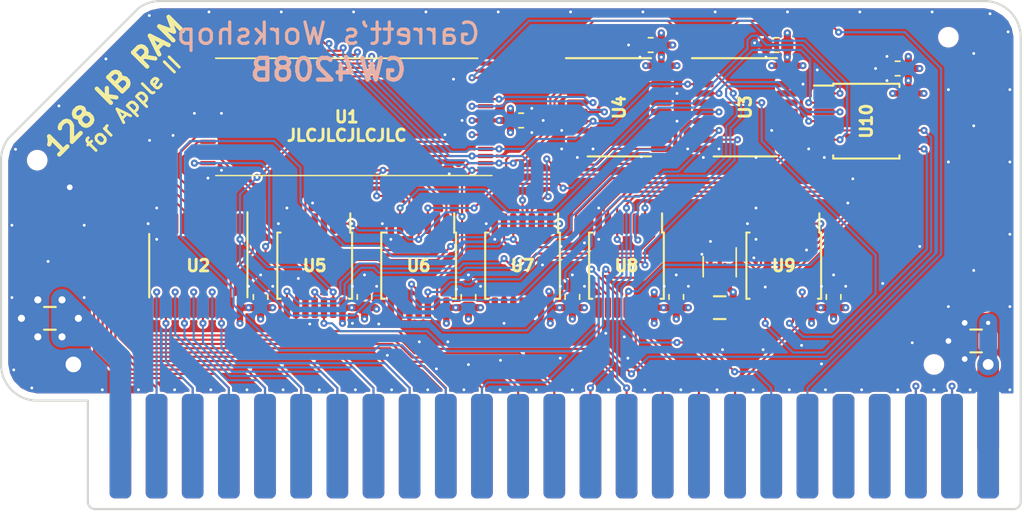
<source format=kicad_pcb>
(kicad_pcb (version 20171130) (host pcbnew "(5.1.5-0-10_14)")
  (layers (0 F.Cu signal) (1 In1.Cu power) (2 In2.Cu signal) (31 B.Cu power) (34 B.Paste user) (35 F.Paste user) (36 B.SilkS user) (37 F.SilkS user) (38 B.Mask user) (39 F.Mask user) (44 Edge.Cuts user))
  (net 0 "")
  (net 1 +5V)
  (net 2 GND)
  (net 3 /A4)
  (net 4 /D7)
  (net 5 /D6)
  (net 6 /A8)
  (net 7 /A7)
  (net 8 /A6)
  (net 9 /A5)
  (net 10 /A3)
  (net 11 /A2)
  (net 12 /A1)
  (net 13 /A0)
  (net 14 /A9)
  (net 15 /D1)
  (net 16 /D5)
  (net 17 /D0)
  (net 18 /D2)
  (net 19 /D3)
  (net 20 /D4)
  (net 21 /A10)
  (net 22 +12V)
  (net 23 -12V)
  (net 24 -5V)
  (net 25 /~IOSEL~)
  (net 26 /A11)
  (net 27 /A12)
  (net 28 /A13)
  (net 29 /A14)
  (net 30 /A15)
  (net 31 /~IOSTRB~)
  (net 32 /RDY)
  (net 33 /DMA)
  (net 34 /~NMI~)
  (net 35 /~IRQ~)
  (net 36 /~RES~)
  (net 37 /~INH~)
  (net 38 /COLORREF)
  (net 39 /7M)
  (net 40 /Q3)
  (net 41 /PHI1)
  (net 42 /USER1)
  (net 43 /PHI0)
  (net 44 /~DEVSEL~)
  (net 45 /INTin)
  (net 46 /DMAin)
  (net 47 /VIDSYNC)
  (net 48 /R~WE~)
  (net 49 /R~CS~)
  (net 50 /RA15)
  (net 51 /RA16)
  (net 52 /RA14)
  (net 53 /RA12)
  (net 54 /RD7)
  (net 55 /RD6)
  (net 56 /RD5)
  (net 57 /RD4)
  (net 58 /RD3)
  (net 59 /RD2)
  (net 60 /RD1)
  (net 61 /RD0)
  (net 62 /BankAB)
  (net 63 /ENWR1)
  (net 64 /ENRD)
  (net 65 /ENWR)
  (net 66 "Net-(U1-Pad9)")
  (net 67 /~DEV~andA2)
  (net 68 /ENWR1A0)
  (net 69 "Net-(U3-Pad12)")
  (net 70 /~DEV~and~A2~)
  (net 71 /~A0XOR1~)
  (net 72 "Net-(U5-Pad2)")
  (net 73 "Net-(U5-Pad4)")
  (net 74 "Net-(U5-Pad6)")
  (net 75 "Net-(U5-Pad8)")
  (net 76 /RCS)
  (net 77 "Net-(U5-Pad12)")
  (net 78 "Net-(U10-Pad1)")
  (net 79 "Net-(U10-Pad2)")
  (net 80 "Net-(U10-Pad4)")
  (net 81 "Net-(U10-Pad5)")
  (net 82 "Net-(U10-Pad10)")
  (net 83 "Net-(U8-Pad11)")
  (net 84 "Net-(U10-Pad9)")
  (net 85 "Net-(U9-Pad10)")
  (net 86 "Net-(U10-Pad8)")
  (net 87 /INHOE)
  (net 88 "Net-(U10-Pad11)")
  (net 89 "Net-(U3-Pad15)")
  (net 90 "Net-(U4-Pad15)")
  (net 91 "Net-(U3-Pad16)")
  (net 92 "Net-(U4-Pad16)")
  (net 93 "Net-(U4-Pad12)")
  (net 94 "Net-(U4-Pad9)")
  (net 95 "Net-(U3-Pad19)")
  (net 96 "Net-(U4-Pad19)")
  (net 97 "Net-(U7-Pad11)")
  (net 98 "Net-(U7-Pad8)")
  (net 99 "Net-(U6-Pad8)")
  (module stdpads:SOT-353 (layer F.Cu) (at 118.3 122.65 90)
    (fp_text reference U11)
    (fp_text value 74AHCT1G126GW)
    (pad 5 smd roundrect (at -0.85 0.65 270) (size 1 0.4) (layers F.Cu F.Paste F.Mask) (net 1 +5V))
    (pad 4 smd roundrect (at -0.85 -0.65 270) (size 1 0.4) (layers F.Cu F.Paste F.Mask) (net 37 /~INH~))
    (pad 2 smd roundrect (at 0.85 0 270) (size 1 0.4) (layers F.Cu F.Paste F.Mask) (net 2 GND))
    (pad 1 smd roundrect (at 0.85 0.65 270) (size 1 0.4) (layers F.Cu F.Paste F.Mask) (net 87 /INHOE))
    (pad 3 smd roundrect (at 0.85 -0.65 270) (size 1 0.4) (layers F.Cu F.Paste F.Mask) (net 2 GND))
  )
  (module stdpads:TSSOP-14_4.4x5mm_P0.65mm (layer F.Cu) (at 104.45 122.6 180)
    (fp_text reference U7)
    (fp_text value 74HCT08)
    (fp_text user %R (at 0 0 180) (layer F.SilkS) (effects (font (size 0.8128 0.8128) (thickness 0.2032))))
    (pad 14 smd roundrect (at -1.95 -2.95 270) (size 1.45 0.45) (layers F.Cu F.Paste F.Mask) (net 1 +5V))
    (pad 13 smd roundrect (at -1.3 -2.95 270) (size 1.45 0.45) (layers F.Cu F.Paste F.Mask) (net 2 GND))
    (pad 12 smd roundrect (at -0.65 -2.95 270) (size 1.45 0.45) (layers F.Cu F.Paste F.Mask) (net 2 GND))
    (pad 11 smd roundrect (at 0 -2.95 270) (size 1.45 0.45) (layers F.Cu F.Paste F.Mask) (net 97 "Net-(U7-Pad11)"))
    (pad 10 smd roundrect (at 0.65 -2.95 270) (size 1.45 0.45) (layers F.Cu F.Paste F.Mask) (net 2 GND))
    (pad 9 smd roundrect (at 1.3 -2.95 270) (size 1.45 0.45) (layers F.Cu F.Paste F.Mask) (net 2 GND))
    (pad 8 smd roundrect (at 1.95 -2.95 270) (size 1.45 0.45) (layers F.Cu F.Paste F.Mask) (net 98 "Net-(U7-Pad8)"))
    (pad 7 smd roundrect (at 1.95 2.95 270) (size 1.45 0.45) (layers F.Cu F.Paste F.Mask) (net 2 GND))
    (pad 6 smd roundrect (at 1.3 2.95 270) (size 1.45 0.45) (layers F.Cu F.Paste F.Mask) (net 70 /~DEV~and~A2~))
    (pad 5 smd roundrect (at 0.65 2.95 270) (size 1.45 0.45) (layers F.Cu F.Paste F.Mask) (net 44 /~DEVSEL~))
    (pad 4 smd roundrect (at 0 2.95 270) (size 1.45 0.45) (layers F.Cu F.Paste F.Mask) (net 11 /A2))
    (pad 3 smd roundrect (at -0.65 2.95 270) (size 1.45 0.45) (layers F.Cu F.Paste F.Mask) (net 67 /~DEV~andA2))
    (pad 2 smd roundrect (at -1.3 2.95 270) (size 1.45 0.45) (layers F.Cu F.Paste F.Mask) (net 44 /~DEVSEL~))
    (pad 1 smd roundrect (at -1.95 2.95 270) (size 1.45 0.45) (layers F.Cu F.Paste F.Mask) (net 74 "Net-(U5-Pad6)"))
  )
  (module stdpads:TSSOP-14_4.4x5mm_P0.65mm (layer F.Cu) (at 97.15 122.6 180)
    (fp_text reference U6)
    (fp_text value 74HCT08)
    (fp_text user %R (at 0 0 180) (layer F.SilkS) (effects (font (size 0.8128 0.8128) (thickness 0.2032))))
    (pad 1 smd roundrect (at -1.95 2.95 270) (size 1.45 0.45) (layers F.Cu F.Paste F.Mask) (net 72 "Net-(U5-Pad2)"))
    (pad 2 smd roundrect (at -1.3 2.95 270) (size 1.45 0.45) (layers F.Cu F.Paste F.Mask) (net 73 "Net-(U5-Pad4)"))
    (pad 3 smd roundrect (at -0.65 2.95 270) (size 1.45 0.45) (layers F.Cu F.Paste F.Mask) (net 78 "Net-(U10-Pad1)"))
    (pad 4 smd roundrect (at 0 2.95 270) (size 1.45 0.45) (layers F.Cu F.Paste F.Mask) (net 13 /A0))
    (pad 5 smd roundrect (at 0.65 2.95 270) (size 1.45 0.45) (layers F.Cu F.Paste F.Mask) (net 12 /A1))
    (pad 6 smd roundrect (at 1.3 2.95 270) (size 1.45 0.45) (layers F.Cu F.Paste F.Mask) (net 79 "Net-(U10-Pad2)"))
    (pad 7 smd roundrect (at 1.95 2.95 270) (size 1.45 0.45) (layers F.Cu F.Paste F.Mask) (net 2 GND))
    (pad 8 smd roundrect (at 1.95 -2.95 270) (size 1.45 0.45) (layers F.Cu F.Paste F.Mask) (net 99 "Net-(U6-Pad8)"))
    (pad 9 smd roundrect (at 1.3 -2.95 270) (size 1.45 0.45) (layers F.Cu F.Paste F.Mask) (net 2 GND))
    (pad 10 smd roundrect (at 0.65 -2.95 270) (size 1.45 0.45) (layers F.Cu F.Paste F.Mask) (net 2 GND))
    (pad 11 smd roundrect (at 0 -2.95 270) (size 1.45 0.45) (layers F.Cu F.Paste F.Mask) (net 68 /ENWR1A0))
    (pad 12 smd roundrect (at -0.65 -2.95 270) (size 1.45 0.45) (layers F.Cu F.Paste F.Mask) (net 63 /ENWR1))
    (pad 13 smd roundrect (at -1.3 -2.95 270) (size 1.45 0.45) (layers F.Cu F.Paste F.Mask) (net 13 /A0))
    (pad 14 smd roundrect (at -1.95 -2.95 270) (size 1.45 0.45) (layers F.Cu F.Paste F.Mask) (net 1 +5V))
  )
  (module stdpads:TSSOP-14_4.4x5mm_P0.65mm (layer F.Cu) (at 128.6 112.45 270)
    (fp_text reference U10)
    (fp_text value 74HCT32)
    (fp_text user %R (at 0 0 270) (layer F.SilkS) (effects (font (size 0.8128 0.8128) (thickness 0.2032))))
    (pad 14 smd roundrect (at -1.95 -2.95) (size 1.45 0.45) (layers F.Cu F.Paste F.Mask) (net 1 +5V))
    (pad 13 smd roundrect (at -1.3 -2.95) (size 1.45 0.45) (layers F.Cu F.Paste F.Mask) (net 27 /A12))
    (pad 12 smd roundrect (at -0.65 -2.95) (size 1.45 0.45) (layers F.Cu F.Paste F.Mask) (net 28 /A13))
    (pad 11 smd roundrect (at 0 -2.95) (size 1.45 0.45) (layers F.Cu F.Paste F.Mask) (net 88 "Net-(U10-Pad11)"))
    (pad 10 smd roundrect (at 0.65 -2.95) (size 1.45 0.45) (layers F.Cu F.Paste F.Mask) (net 82 "Net-(U10-Pad10)"))
    (pad 9 smd roundrect (at 1.3 -2.95) (size 1.45 0.45) (layers F.Cu F.Paste F.Mask) (net 84 "Net-(U10-Pad9)"))
    (pad 8 smd roundrect (at 1.95 -2.95) (size 1.45 0.45) (layers F.Cu F.Paste F.Mask) (net 86 "Net-(U10-Pad8)"))
    (pad 7 smd roundrect (at 1.95 2.95) (size 1.45 0.45) (layers F.Cu F.Paste F.Mask) (net 2 GND))
    (pad 6 smd roundrect (at 1.3 2.95) (size 1.45 0.45) (layers F.Cu F.Paste F.Mask) (net 53 /RA12))
    (pad 5 smd roundrect (at 0.65 2.95) (size 1.45 0.45) (layers F.Cu F.Paste F.Mask) (net 81 "Net-(U10-Pad5)"))
    (pad 4 smd roundrect (at 0 2.95) (size 1.45 0.45) (layers F.Cu F.Paste F.Mask) (net 80 "Net-(U10-Pad4)"))
    (pad 3 smd roundrect (at -0.65 2.95) (size 1.45 0.45) (layers F.Cu F.Paste F.Mask) (net 71 /~A0XOR1~))
    (pad 2 smd roundrect (at -1.3 2.95) (size 1.45 0.45) (layers F.Cu F.Paste F.Mask) (net 79 "Net-(U10-Pad2)"))
    (pad 1 smd roundrect (at -1.95 2.95) (size 1.45 0.45) (layers F.Cu F.Paste F.Mask) (net 78 "Net-(U10-Pad1)"))
  )
  (module stdpads:C_0603 (layer F.Cu) (at 107.95 124.8 90)
    (fp_text reference C7)
    (fp_text value 2u2)
    (pad 1 smd roundrect (at -0.75 0 90) (size 0.85 0.95) (layers F.Cu F.Paste F.Mask) (net 1 +5V))
    (pad 2 smd roundrect (at 0.75 0 90) (size 0.85 0.95) (layers F.Cu F.Paste F.Mask) (net 2 GND))
  )
  (module stdpads:TSOP-I-32_18.4x8mm_P0.5mm (layer F.Cu) (at 92.1 112.15 180)
    (fp_text reference U1)
    (fp_text value 621024)
    (fp_text user %R (at 0 0) (layer F.SilkS) (effects (font (size 0.8128 0.8128) (thickness 0.2032))))
    (pad 32 smd roundrect (at 9.75 -3.75 180) (size 1.1 0.3) (layers F.Cu F.Paste F.Mask) (net 2 GND))
    (pad 31 smd roundrect (at 9.75 -3.25 180) (size 1.1 0.3) (layers F.Cu F.Paste F.Mask) (net 28 /A13))
    (pad 30 smd roundrect (at 9.75 -2.75 180) (size 1.1 0.3) (layers F.Cu F.Paste F.Mask) (net 49 /R~CS~))
    (pad 29 smd roundrect (at 9.75 -2.25 180) (size 1.1 0.3) (layers F.Cu F.Paste F.Mask) (net 58 /RD3))
    (pad 28 smd roundrect (at 9.75 -1.75 180) (size 1.1 0.3) (layers F.Cu F.Paste F.Mask) (net 59 /RD2))
    (pad 27 smd roundrect (at 9.75 -1.25 180) (size 1.1 0.3) (layers F.Cu F.Paste F.Mask) (net 60 /RD1))
    (pad 26 smd roundrect (at 9.75 -0.75 180) (size 1.1 0.3) (layers F.Cu F.Paste F.Mask) (net 61 /RD0))
    (pad 25 smd roundrect (at 9.75 -0.25 180) (size 1.1 0.3) (layers F.Cu F.Paste F.Mask) (net 54 /RD7))
    (pad 24 smd roundrect (at 9.75 0.25 180) (size 1.1 0.3) (layers F.Cu F.Paste F.Mask) (net 2 GND))
    (pad 23 smd roundrect (at 9.75 0.75 180) (size 1.1 0.3) (layers F.Cu F.Paste F.Mask) (net 55 /RD6))
    (pad 22 smd roundrect (at 9.75 1.25 180) (size 1.1 0.3) (layers F.Cu F.Paste F.Mask) (net 56 /RD5))
    (pad 21 smd roundrect (at 9.75 1.75 180) (size 1.1 0.3) (layers F.Cu F.Paste F.Mask) (net 57 /RD4))
    (pad 20 smd roundrect (at 9.75 2.25 180) (size 1.1 0.3) (layers F.Cu F.Paste F.Mask) (net 26 /A11))
    (pad 19 smd roundrect (at 9.75 2.75 180) (size 1.1 0.3) (layers F.Cu F.Paste F.Mask) (net 21 /A10))
    (pad 18 smd roundrect (at 9.75 3.25 180) (size 1.1 0.3) (layers F.Cu F.Paste F.Mask) (net 14 /A9))
    (pad 16 smd roundrect (at -9.75 3.75 180) (size 1.1 0.3) (layers F.Cu F.Paste F.Mask) (net 3 /A4))
    (pad 15 smd roundrect (at -9.75 3.25 180) (size 1.1 0.3) (layers F.Cu F.Paste F.Mask) (net 9 /A5))
    (pad 14 smd roundrect (at -9.75 2.75 180) (size 1.1 0.3) (layers F.Cu F.Paste F.Mask) (net 53 /RA12))
    (pad 13 smd roundrect (at -9.75 2.25 180) (size 1.1 0.3) (layers F.Cu F.Paste F.Mask) (net 8 /A6))
    (pad 12 smd roundrect (at -9.75 1.75 180) (size 1.1 0.3) (layers F.Cu F.Paste F.Mask) (net 52 /RA14))
    (pad 11 smd roundrect (at -9.75 1.25 180) (size 1.1 0.3) (layers F.Cu F.Paste F.Mask) (net 50 /RA15))
    (pad 10 smd roundrect (at -9.75 0.75 180) (size 1.1 0.3) (layers F.Cu F.Paste F.Mask) (net 51 /RA16))
    (pad 9 smd roundrect (at -9.75 0.25 180) (size 1.1 0.3) (layers F.Cu F.Paste F.Mask) (net 66 "Net-(U1-Pad9)"))
    (pad 8 smd roundrect (at -9.75 -0.25 180) (size 1.1 0.3) (layers F.Cu F.Paste F.Mask) (net 1 +5V))
    (pad 7 smd roundrect (at -9.75 -0.75 180) (size 1.1 0.3) (layers F.Cu F.Paste F.Mask) (net 7 /A7))
    (pad 6 smd roundrect (at -9.75 -1.25 180) (size 1.1 0.3) (layers F.Cu F.Paste F.Mask) (net 1 +5V))
    (pad 5 smd roundrect (at -9.75 -1.75 180) (size 1.1 0.3) (layers F.Cu F.Paste F.Mask) (net 48 /R~WE~))
    (pad 4 smd roundrect (at -9.75 -2.25 180) (size 1.1 0.3) (layers F.Cu F.Paste F.Mask) (net 10 /A3))
    (pad 3 smd roundrect (at -9.75 -2.75 180) (size 1.1 0.3) (layers F.Cu F.Paste F.Mask) (net 11 /A2))
    (pad 2 smd roundrect (at -9.75 -3.25 180) (size 1.1 0.3) (layers F.Cu F.Paste F.Mask) (net 12 /A1))
    (pad 17 smd roundrect (at 9.75 3.75 180) (size 1.1 0.3) (layers F.Cu F.Paste F.Mask) (net 6 /A8))
    (pad 1 smd roundrect (at -9.75 -3.75 180) (size 1.1 0.3) (layers F.Cu F.Paste F.Mask) (net 13 /A0))
  )
  (module stdpads:C_0603 (layer F.Cu) (at 86.05 124.8 90)
    (fp_text reference C2)
    (fp_text value 2u2)
    (pad 2 smd roundrect (at 0.75 0 90) (size 0.85 0.95) (layers F.Cu F.Paste F.Mask) (net 2 GND))
    (pad 1 smd roundrect (at -0.75 0 90) (size 0.85 0.95) (layers F.Cu F.Paste F.Mask) (net 1 +5V))
  )
  (module stdpads:C_0603 (layer F.Cu) (at 126.3 124.8 90)
    (fp_text reference C9)
    (fp_text value 2u2)
    (pad 1 smd roundrect (at -0.75 0 90) (size 0.85 0.95) (layers F.Cu F.Paste F.Mask) (net 1 +5V))
    (pad 2 smd roundrect (at 0.75 0 90) (size 0.85 0.95) (layers F.Cu F.Paste F.Mask) (net 2 GND))
  )
  (module stdpads:C_0603 (layer F.Cu) (at 115.25 124.8 90)
    (fp_text reference C8)
    (fp_text value 2u2)
    (pad 2 smd roundrect (at 0.75 0 90) (size 0.85 0.95) (layers F.Cu F.Paste F.Mask) (net 2 GND))
    (pad 1 smd roundrect (at -0.75 0 90) (size 0.85 0.95) (layers F.Cu F.Paste F.Mask) (net 1 +5V))
  )
  (module stdpads:R_0805 (layer F.Cu) (at 118.3 125.55 180)
    (fp_text reference R1 hide)
    (fp_text value 3k3 hide)
    (pad 1 smd roundrect (at -0.95 0 180) (size 0.85 1.4) (layers F.Cu F.Paste F.Mask) (net 1 +5V))
    (pad 2 smd roundrect (at 0.95 0 180) (size 0.85 1.4) (layers F.Cu F.Paste F.Mask) (net 37 /~INH~))
  )
  (module stdpads:C_0603 (layer F.Cu) (at 93.35 124.8 90)
    (fp_text reference C5)
    (fp_text value 2u2)
    (pad 1 smd roundrect (at -0.75 0 90) (size 0.85 0.95) (layers F.Cu F.Paste F.Mask) (net 1 +5V))
    (pad 2 smd roundrect (at 0.75 0 90) (size 0.85 0.95) (layers F.Cu F.Paste F.Mask) (net 2 GND))
  )
  (module stdpads:AppleIIBus_Edge (layer F.Cu) (at 106.68 135.382)
    (fp_text reference J1 hide)
    (fp_text value AppleIIBus)
    (pad 26 smd roundrect (at 30.48 -0.1 180) (size 1.524 7.34) (layers B.Cu B.Mask) (net 2 GND))
    (pad 27 smd roundrect (at 27.94 -0.1 180) (size 1.524 7.34) (layers B.Cu B.Mask) (net 46 /DMAin))
    (pad 28 smd roundrect (at 25.4 -0.1 180) (size 1.524 7.34) (layers B.Cu B.Mask) (net 45 /INTin))
    (pad 50 smd roundrect (at -30.48 -0.1 180) (size 1.524 7.34) (layers B.Cu B.Mask) (net 22 +12V))
    (pad 49 smd roundrect (at -27.94 -0.1 180) (size 1.524 7.34) (layers B.Cu B.Mask) (net 17 /D0))
    (pad 48 smd roundrect (at -25.4 -0.1 180) (size 1.524 7.34) (layers B.Cu B.Mask) (net 15 /D1))
    (pad 47 smd roundrect (at -22.86 -0.1 180) (size 1.524 7.34) (layers B.Cu B.Mask) (net 18 /D2))
    (pad 46 smd roundrect (at -20.32 -0.1 180) (size 1.524 7.34) (layers B.Cu B.Mask) (net 19 /D3))
    (pad 45 smd roundrect (at -17.78 -0.1 180) (size 1.524 7.34) (layers B.Cu B.Mask) (net 20 /D4))
    (pad 44 smd roundrect (at -15.24 -0.1 180) (size 1.524 7.34) (layers B.Cu B.Mask) (net 16 /D5))
    (pad 43 smd roundrect (at -12.7 -0.1 180) (size 1.524 7.34) (layers B.Cu B.Mask) (net 5 /D6))
    (pad 42 smd roundrect (at -10.16 -0.1 180) (size 1.524 7.34) (layers B.Cu B.Mask) (net 4 /D7))
    (pad 41 smd roundrect (at -7.62 -0.1 180) (size 1.524 7.34) (layers B.Cu B.Mask) (net 44 /~DEVSEL~))
    (pad 40 smd roundrect (at -5.08 -0.1 180) (size 1.524 7.34) (layers B.Cu B.Mask) (net 43 /PHI0))
    (pad 39 smd roundrect (at -2.54 -0.1 180) (size 1.524 7.34) (layers B.Cu B.Mask) (net 42 /USER1))
    (pad 38 smd roundrect (at 0 -0.1 180) (size 1.524 7.34) (layers B.Cu B.Mask) (net 41 /PHI1))
    (pad 37 smd roundrect (at 2.54 -0.1 180) (size 1.524 7.34) (layers B.Cu B.Mask) (net 40 /Q3))
    (pad 36 smd roundrect (at 5.08 -0.1 180) (size 1.524 7.34) (layers B.Cu B.Mask) (net 39 /7M))
    (pad 35 smd roundrect (at 7.62 -0.1 180) (size 1.524 7.34) (layers B.Cu B.Mask) (net 38 /COLORREF))
    (pad 34 smd roundrect (at 10.16 -0.1 180) (size 1.524 7.34) (layers B.Cu B.Mask) (net 24 -5V))
    (pad 33 smd roundrect (at 12.7 -0.1 180) (size 1.524 7.34) (layers B.Cu B.Mask) (net 23 -12V))
    (pad 32 smd roundrect (at 15.24 -0.1 180) (size 1.524 7.34) (layers B.Cu B.Mask) (net 37 /~INH~))
    (pad 31 smd roundrect (at 17.78 -0.1 180) (size 1.524 7.34) (layers B.Cu B.Mask) (net 36 /~RES~))
    (pad 30 smd roundrect (at 20.32 -0.1 180) (size 1.524 7.34) (layers B.Cu B.Mask) (net 35 /~IRQ~))
    (pad 29 smd roundrect (at 22.86 -0.1 180) (size 1.524 7.34) (layers B.Cu B.Mask) (net 34 /~NMI~))
    (pad 25 smd roundrect (at 30.48 -0.1 180) (size 1.524 7.34) (layers F.Cu F.Mask) (net 1 +5V))
    (pad 24 smd roundrect (at 27.94 -0.1 180) (size 1.524 7.34) (layers F.Cu F.Mask) (net 46 /DMAin))
    (pad 23 smd roundrect (at 25.4 -0.1 180) (size 1.524 7.34) (layers F.Cu F.Mask) (net 45 /INTin))
    (pad 22 smd roundrect (at 22.86 -0.1 180) (size 1.524 7.34) (layers F.Cu F.Mask) (net 33 /DMA))
    (pad 21 smd roundrect (at 20.32 -0.1 180) (size 1.524 7.34) (layers F.Cu F.Mask) (net 32 /RDY))
    (pad 20 smd roundrect (at 17.78 -0.1 180) (size 1.524 7.34) (layers F.Cu F.Mask) (net 31 /~IOSTRB~))
    (pad 19 smd roundrect (at 15.24 -0.1 180) (size 1.524 7.34) (layers F.Cu F.Mask) (net 47 /VIDSYNC))
    (pad 18 smd roundrect (at 12.7 -0.1 180) (size 1.524 7.34) (layers F.Cu F.Mask) (net 48 /R~WE~))
    (pad 17 smd roundrect (at 10.16 -0.1 180) (size 1.524 7.34) (layers F.Cu F.Mask) (net 30 /A15))
    (pad 16 smd roundrect (at 7.62 -0.1 180) (size 1.524 7.34) (layers F.Cu F.Mask) (net 29 /A14))
    (pad 15 smd roundrect (at 5.08 -0.1 180) (size 1.524 7.34) (layers F.Cu F.Mask) (net 28 /A13))
    (pad 14 smd roundrect (at 2.54 -0.1 180) (size 1.524 7.34) (layers F.Cu F.Mask) (net 27 /A12))
    (pad 13 smd roundrect (at 0 -0.1 180) (size 1.524 7.34) (layers F.Cu F.Mask) (net 26 /A11))
    (pad 12 smd roundrect (at -2.54 -0.1 180) (size 1.524 7.34) (layers F.Cu F.Mask) (net 21 /A10))
    (pad 11 smd roundrect (at -5.08 -0.1 180) (size 1.524 7.34) (layers F.Cu F.Mask) (net 14 /A9))
    (pad 10 smd roundrect (at -7.62 -0.1 180) (size 1.524 7.34) (layers F.Cu F.Mask) (net 6 /A8))
    (pad 9 smd roundrect (at -10.16 -0.1 180) (size 1.524 7.34) (layers F.Cu F.Mask) (net 7 /A7))
    (pad 8 smd roundrect (at -12.7 -0.1 180) (size 1.524 7.34) (layers F.Cu F.Mask) (net 8 /A6))
    (pad 7 smd roundrect (at -15.24 -0.1 180) (size 1.524 7.34) (layers F.Cu F.Mask) (net 9 /A5))
    (pad 6 smd roundrect (at -17.78 -0.1 180) (size 1.524 7.34) (layers F.Cu F.Mask) (net 3 /A4))
    (pad 5 smd roundrect (at -20.32 -0.1 180) (size 1.524 7.34) (layers F.Cu F.Mask) (net 10 /A3))
    (pad 4 smd roundrect (at -22.86 -0.1 180) (size 1.524 7.34) (layers F.Cu F.Mask) (net 11 /A2))
    (pad 3 smd roundrect (at -25.4 -0.1 180) (size 1.524 7.34) (layers F.Cu F.Mask) (net 12 /A1))
    (pad 2 smd roundrect (at -27.94 -0.1 180) (size 1.524 7.34) (layers F.Cu F.Mask) (net 13 /A0))
    (pad 1 smd roundrect (at -30.48 -0.1 180) (size 1.524 7.34) (layers F.Cu F.Mask) (net 25 /~IOSEL~))
  )
  (module stdpads:Fiducial (layer F.Cu) (at 70.358 117.729 90)
    (fp_text reference FID2 hide)
    (fp_text value Fiducial hide)
    (pad ~ smd circle (at 0 0 90) (size 1 1) (layers F.Cu F.Mask) (clearance 0.575))
  )
  (module stdpads:Fiducial (layer F.Cu) (at 136.906 106.553 270)
    (fp_text reference FID3 hide)
    (fp_text value Fiducial hide)
    (pad ~ smd circle (at 0 0 270) (size 1 1) (layers F.Cu F.Mask) (clearance 0.575))
  )
  (module stdpads:Fiducial (layer F.Cu) (at 70.358 129.54)
    (fp_text reference FID1 hide)
    (fp_text value Fiducial hide)
    (pad ~ smd circle (at 0 0) (size 1 1) (layers F.Cu F.Mask) (clearance 0.575))
  )
  (module stdpads:Fiducial (layer F.Cu) (at 136.906 124.841)
    (fp_text reference FID4 hide)
    (fp_text value Fiducial hide)
    (pad ~ smd circle (at 0 0) (size 1 1) (layers F.Cu F.Mask) (clearance 0.575))
  )
  (module stdpads:PasteHole_1.1mm_PTH (layer F.Cu) (at 72.898 129.54)
    (fp_text reference H1 hide)
    (fp_text value " " hide)
    (pad 1 thru_hole circle (at 0 0) (size 2 2) (drill 1.1) (layers *.Cu *.Mask) (net 2 GND))
  )
  (module stdpads:C_0805 (layer F.Cu) (at 136.31 127.889 180)
    (fp_text reference C11 hide)
    (fp_text value 10u hide)
    (pad 1 smd roundrect (at -0.85 0 180) (size 1.05 1.4) (layers F.Cu F.Paste F.Mask) (net 1 +5V))
    (pad 2 smd roundrect (at 0.85 0 180) (size 1.05 1.4) (layers F.Cu F.Paste F.Mask) (net 2 GND))
  )
  (module stdpads:TSSOP-20_4.4x6.5mm_P0.65mm (layer F.Cu) (at 81.675 122.6 180)
    (fp_text reference U2)
    (fp_text value 74HCT245)
    (fp_text user %R (at 0 0) (layer F.SilkS) (effects (font (size 0.8128 0.8128) (thickness 0.2032))))
    (pad 1 smd roundrect (at -2.925 2.95 270) (size 1.45 0.45) (layers F.Cu F.Paste F.Mask) (net 48 /R~WE~))
    (pad 2 smd roundrect (at -2.275 2.95 270) (size 1.45 0.45) (layers F.Cu F.Paste F.Mask) (net 58 /RD3))
    (pad 3 smd roundrect (at -1.625 2.95 270) (size 1.45 0.45) (layers F.Cu F.Paste F.Mask) (net 59 /RD2))
    (pad 4 smd roundrect (at -0.975 2.95 270) (size 1.45 0.45) (layers F.Cu F.Paste F.Mask) (net 60 /RD1))
    (pad 5 smd roundrect (at -0.325 2.95 270) (size 1.45 0.45) (layers F.Cu F.Paste F.Mask) (net 61 /RD0))
    (pad 6 smd roundrect (at 0.325 2.95 270) (size 1.45 0.45) (layers F.Cu F.Paste F.Mask) (net 54 /RD7))
    (pad 7 smd roundrect (at 0.975 2.95 270) (size 1.45 0.45) (layers F.Cu F.Paste F.Mask) (net 55 /RD6))
    (pad 8 smd roundrect (at 1.625 2.95 270) (size 1.45 0.45) (layers F.Cu F.Paste F.Mask) (net 56 /RD5))
    (pad 9 smd roundrect (at 2.275 2.95 270) (size 1.45 0.45) (layers F.Cu F.Paste F.Mask) (net 57 /RD4))
    (pad 10 smd roundrect (at 2.925 2.95 270) (size 1.45 0.45) (layers F.Cu F.Paste F.Mask) (net 2 GND))
    (pad 11 smd roundrect (at 2.925 -2.95 270) (size 1.45 0.45) (layers F.Cu F.Paste F.Mask) (net 17 /D0))
    (pad 12 smd roundrect (at 2.275 -2.95 270) (size 1.45 0.45) (layers F.Cu F.Paste F.Mask) (net 15 /D1))
    (pad 13 smd roundrect (at 1.625 -2.95 270) (size 1.45 0.45) (layers F.Cu F.Paste F.Mask) (net 18 /D2))
    (pad 14 smd roundrect (at 0.975 -2.95 270) (size 1.45 0.45) (layers F.Cu F.Paste F.Mask) (net 19 /D3))
    (pad 15 smd roundrect (at 0.325 -2.95 270) (size 1.45 0.45) (layers F.Cu F.Paste F.Mask) (net 20 /D4))
    (pad 16 smd roundrect (at -0.325 -2.95 270) (size 1.45 0.45) (layers F.Cu F.Paste F.Mask) (net 16 /D5))
    (pad 17 smd roundrect (at -0.975 -2.95 270) (size 1.45 0.45) (layers F.Cu F.Paste F.Mask) (net 5 /D6))
    (pad 18 smd roundrect (at -1.625 -2.95 270) (size 1.45 0.45) (layers F.Cu F.Paste F.Mask) (net 4 /D7))
    (pad 19 smd roundrect (at -2.275 -2.95 270) (size 1.45 0.45) (layers F.Cu F.Paste F.Mask) (net 49 /R~CS~))
    (pad 20 smd roundrect (at -2.925 -2.95 270) (size 1.45 0.45) (layers F.Cu F.Paste F.Mask) (net 1 +5V))
  )
  (module stdpads:TSSOP-14_4.4x5mm_P0.65mm (layer F.Cu) (at 122.8 122.6 180)
    (fp_text reference U9)
    (fp_text value 74HCT08)
    (fp_text user %R (at 0 0 180) (layer F.SilkS) (effects (font (size 0.8128 0.8128) (thickness 0.2032))))
    (pad 1 smd roundrect (at -1.95 2.95 270) (size 1.45 0.45) (layers F.Cu F.Paste F.Mask) (net 83 "Net-(U8-Pad11)"))
    (pad 2 smd roundrect (at -1.3 2.95 270) (size 1.45 0.45) (layers F.Cu F.Paste F.Mask) (net 88 "Net-(U10-Pad11)"))
    (pad 3 smd roundrect (at -0.65 2.95 270) (size 1.45 0.45) (layers F.Cu F.Paste F.Mask) (net 85 "Net-(U9-Pad10)"))
    (pad 4 smd roundrect (at 0 2.95 270) (size 1.45 0.45) (layers F.Cu F.Paste F.Mask) (net 87 /INHOE))
    (pad 5 smd roundrect (at 0.65 2.95 270) (size 1.45 0.45) (layers F.Cu F.Paste F.Mask) (net 43 /PHI0))
    (pad 6 smd roundrect (at 1.3 2.95 270) (size 1.45 0.45) (layers F.Cu F.Paste F.Mask) (net 76 /RCS))
    (pad 7 smd roundrect (at 1.95 2.95 270) (size 1.45 0.45) (layers F.Cu F.Paste F.Mask) (net 2 GND))
    (pad 8 smd roundrect (at 1.95 -2.95 270) (size 1.45 0.45) (layers F.Cu F.Paste F.Mask) (net 87 /INHOE))
    (pad 9 smd roundrect (at 1.3 -2.95 270) (size 1.45 0.45) (layers F.Cu F.Paste F.Mask) (net 86 "Net-(U10-Pad8)"))
    (pad 10 smd roundrect (at 0.65 -2.95 270) (size 1.45 0.45) (layers F.Cu F.Paste F.Mask) (net 85 "Net-(U9-Pad10)"))
    (pad 11 smd roundrect (at 0 -2.95 270) (size 1.45 0.45) (layers F.Cu F.Paste F.Mask) (net 84 "Net-(U10-Pad9)"))
    (pad 12 smd roundrect (at -0.65 -2.95 270) (size 1.45 0.45) (layers F.Cu F.Paste F.Mask) (net 64 /ENRD))
    (pad 13 smd roundrect (at -1.3 -2.95 270) (size 1.45 0.45) (layers F.Cu F.Paste F.Mask) (net 48 /R~WE~))
    (pad 14 smd roundrect (at -1.95 -2.95 270) (size 1.45 0.45) (layers F.Cu F.Paste F.Mask) (net 1 +5V))
  )
  (module stdpads:TSSOP-14_4.4x5mm_P0.65mm (layer F.Cu) (at 111.75 122.6 180)
    (fp_text reference U8)
    (fp_text value 74HCT08)
    (fp_text user %R (at 0 0 180) (layer F.SilkS) (effects (font (size 0.8128 0.8128) (thickness 0.2032))))
    (pad 1 smd roundrect (at -1.95 2.95 270) (size 1.45 0.45) (layers F.Cu F.Paste F.Mask) (net 75 "Net-(U5-Pad8)"))
    (pad 2 smd roundrect (at -1.3 2.95 270) (size 1.45 0.45) (layers F.Cu F.Paste F.Mask) (net 62 /BankAB))
    (pad 3 smd roundrect (at -0.65 2.95 270) (size 1.45 0.45) (layers F.Cu F.Paste F.Mask) (net 80 "Net-(U10-Pad4)"))
    (pad 4 smd roundrect (at 0 2.95 270) (size 1.45 0.45) (layers F.Cu F.Paste F.Mask) (net 28 /A13))
    (pad 5 smd roundrect (at 0.65 2.95 270) (size 1.45 0.45) (layers F.Cu F.Paste F.Mask) (net 27 /A12))
    (pad 6 smd roundrect (at 1.3 2.95 270) (size 1.45 0.45) (layers F.Cu F.Paste F.Mask) (net 81 "Net-(U10-Pad5)"))
    (pad 7 smd roundrect (at 1.95 2.95 270) (size 1.45 0.45) (layers F.Cu F.Paste F.Mask) (net 2 GND))
    (pad 8 smd roundrect (at 1.95 -2.95 270) (size 1.45 0.45) (layers F.Cu F.Paste F.Mask) (net 82 "Net-(U10-Pad10)"))
    (pad 9 smd roundrect (at 1.3 -2.95 270) (size 1.45 0.45) (layers F.Cu F.Paste F.Mask) (net 65 /ENWR))
    (pad 10 smd roundrect (at 0.65 -2.95 270) (size 1.45 0.45) (layers F.Cu F.Paste F.Mask) (net 77 "Net-(U5-Pad12)"))
    (pad 11 smd roundrect (at 0 -2.95 270) (size 1.45 0.45) (layers F.Cu F.Paste F.Mask) (net 83 "Net-(U8-Pad11)"))
    (pad 12 smd roundrect (at -0.65 -2.95 270) (size 1.45 0.45) (layers F.Cu F.Paste F.Mask) (net 29 /A14))
    (pad 13 smd roundrect (at -1.3 -2.95 270) (size 1.45 0.45) (layers F.Cu F.Paste F.Mask) (net 30 /A15))
    (pad 14 smd roundrect (at -1.95 -2.95 270) (size 1.45 0.45) (layers F.Cu F.Paste F.Mask) (net 1 +5V))
  )
  (module stdpads:TSSOP-14_4.4x5mm_P0.65mm (layer F.Cu) (at 89.85 122.6 180)
    (fp_text reference U5)
    (fp_text value 74HCT04)
    (fp_text user %R (at 0 0 180) (layer F.SilkS) (effects (font (size 0.8128 0.8128) (thickness 0.2032))))
    (pad 14 smd roundrect (at -1.95 -2.95 270) (size 1.45 0.45) (layers F.Cu F.Paste F.Mask) (net 1 +5V))
    (pad 13 smd roundrect (at -1.3 -2.95 270) (size 1.45 0.45) (layers F.Cu F.Paste F.Mask) (net 48 /R~WE~))
    (pad 12 smd roundrect (at -0.65 -2.95 270) (size 1.45 0.45) (layers F.Cu F.Paste F.Mask) (net 77 "Net-(U5-Pad12)"))
    (pad 11 smd roundrect (at 0 -2.95 270) (size 1.45 0.45) (layers F.Cu F.Paste F.Mask) (net 76 /RCS))
    (pad 10 smd roundrect (at 0.65 -2.95 270) (size 1.45 0.45) (layers F.Cu F.Paste F.Mask) (net 49 /R~CS~))
    (pad 9 smd roundrect (at 1.3 -2.95 270) (size 1.45 0.45) (layers F.Cu F.Paste F.Mask) (net 28 /A13))
    (pad 8 smd roundrect (at 1.95 -2.95 270) (size 1.45 0.45) (layers F.Cu F.Paste F.Mask) (net 75 "Net-(U5-Pad8)"))
    (pad 7 smd roundrect (at 1.95 2.95 270) (size 1.45 0.45) (layers F.Cu F.Paste F.Mask) (net 2 GND))
    (pad 6 smd roundrect (at 1.3 2.95 270) (size 1.45 0.45) (layers F.Cu F.Paste F.Mask) (net 74 "Net-(U5-Pad6)"))
    (pad 5 smd roundrect (at 0.65 2.95 270) (size 1.45 0.45) (layers F.Cu F.Paste F.Mask) (net 11 /A2))
    (pad 4 smd roundrect (at 0 2.95 270) (size 1.45 0.45) (layers F.Cu F.Paste F.Mask) (net 73 "Net-(U5-Pad4)"))
    (pad 3 smd roundrect (at -0.65 2.95 270) (size 1.45 0.45) (layers F.Cu F.Paste F.Mask) (net 12 /A1))
    (pad 2 smd roundrect (at -1.3 2.95 270) (size 1.45 0.45) (layers F.Cu F.Paste F.Mask) (net 72 "Net-(U5-Pad2)"))
    (pad 1 smd roundrect (at -1.95 2.95 270) (size 1.45 0.45) (layers F.Cu F.Paste F.Mask) (net 13 /A0))
  )
  (module stdpads:C_0603 (layer F.Cu) (at 100.65 124.8 90)
    (fp_text reference C6)
    (fp_text value 2u2)
    (pad 2 smd roundrect (at 0.75 0 90) (size 0.85 0.95) (layers F.Cu F.Paste F.Mask) (net 2 GND))
    (pad 1 smd roundrect (at -0.75 0 90) (size 0.85 0.95) (layers F.Cu F.Paste F.Mask) (net 1 +5V))
  )
  (module stdpads:C_0603 (layer F.Cu) (at 130.8 108.75 180)
    (fp_text reference C10)
    (fp_text value 2u2)
    (pad 2 smd roundrect (at 0.75 0 180) (size 0.85 0.95) (layers F.Cu F.Paste F.Mask) (net 2 GND))
    (pad 1 smd roundrect (at -0.75 0 180) (size 0.85 0.95) (layers F.Cu F.Paste F.Mask) (net 1 +5V))
  )
  (module stdpads:C_0603 (layer F.Cu) (at 104.35 112.4)
    (fp_text reference C1)
    (fp_text value 10u)
    (pad 1 smd roundrect (at -0.75 0) (size 0.85 0.95) (layers F.Cu F.Paste F.Mask) (net 1 +5V))
    (pad 2 smd roundrect (at 0.75 0) (size 0.85 0.95) (layers F.Cu F.Paste F.Mask) (net 2 GND))
  )
  (module stdpads:C_0603 (layer F.Cu) (at 113.45 107.1 180)
    (fp_text reference C4)
    (fp_text value 2u2)
    (pad 2 smd roundrect (at 0.75 0 180) (size 0.85 0.95) (layers F.Cu F.Paste F.Mask) (net 2 GND))
    (pad 1 smd roundrect (at -0.75 0 180) (size 0.85 0.95) (layers F.Cu F.Paste F.Mask) (net 1 +5V))
  )
  (module stdpads:C_0805 (layer F.Cu) (at 71.25 126.3 180)
    (fp_text reference C12)
    (fp_text value 10u)
    (pad 1 smd roundrect (at -0.85 0 180) (size 1.05 1.4) (layers F.Cu F.Paste F.Mask) (net 22 +12V))
    (pad 2 smd roundrect (at 0.85 0 180) (size 1.05 1.4) (layers F.Cu F.Paste F.Mask) (net 2 GND))
  )
  (module stdpads:C_0603 (layer F.Cu) (at 122.3 107.1 180)
    (fp_text reference C3)
    (fp_text value 2u2)
    (pad 2 smd roundrect (at 0.75 0 180) (size 0.85 0.95) (layers F.Cu F.Paste F.Mask) (net 2 GND))
    (pad 1 smd roundrect (at -0.75 0 180) (size 0.85 0.95) (layers F.Cu F.Paste F.Mask) (net 1 +5V))
  )
  (module stdpads:TSSOP-20_4.4x6.5mm_P0.65mm (layer F.Cu) (at 120.1 111.475 270)
    (fp_text reference U3)
    (fp_text value 74HCT273)
    (fp_text user %R (at 0 0 90) (layer F.SilkS) (effects (font (size 0.8128 0.8128) (thickness 0.2032))))
    (pad 20 smd roundrect (at -2.925 -2.95) (size 1.45 0.45) (layers F.Cu F.Paste F.Mask) (net 1 +5V))
    (pad 19 smd roundrect (at -2.275 -2.95) (size 1.45 0.45) (layers F.Cu F.Paste F.Mask) (net 95 "Net-(U3-Pad19)"))
    (pad 18 smd roundrect (at -1.625 -2.95) (size 1.45 0.45) (layers F.Cu F.Paste F.Mask) (net 2 GND))
    (pad 17 smd roundrect (at -0.975 -2.95) (size 1.45 0.45) (layers F.Cu F.Paste F.Mask) (net 2 GND))
    (pad 16 smd roundrect (at -0.325 -2.95) (size 1.45 0.45) (layers F.Cu F.Paste F.Mask) (net 91 "Net-(U3-Pad16)"))
    (pad 15 smd roundrect (at 0.325 -2.95) (size 1.45 0.45) (layers F.Cu F.Paste F.Mask) (net 89 "Net-(U3-Pad15)"))
    (pad 14 smd roundrect (at 0.975 -2.95) (size 1.45 0.45) (layers F.Cu F.Paste F.Mask) (net 2 GND))
    (pad 13 smd roundrect (at 1.625 -2.95) (size 1.45 0.45) (layers F.Cu F.Paste F.Mask) (net 2 GND))
    (pad 12 smd roundrect (at 2.275 -2.95) (size 1.45 0.45) (layers F.Cu F.Paste F.Mask) (net 69 "Net-(U3-Pad12)"))
    (pad 11 smd roundrect (at 2.925 -2.95) (size 1.45 0.45) (layers F.Cu F.Paste F.Mask) (net 70 /~DEV~and~A2~))
    (pad 10 smd roundrect (at 2.925 2.95) (size 1.45 0.45) (layers F.Cu F.Paste F.Mask) (net 2 GND))
    (pad 9 smd roundrect (at 2.275 2.95) (size 1.45 0.45) (layers F.Cu F.Paste F.Mask) (net 65 /ENWR))
    (pad 8 smd roundrect (at 1.625 2.95) (size 1.45 0.45) (layers F.Cu F.Paste F.Mask) (net 68 /ENWR1A0))
    (pad 7 smd roundrect (at 0.975 2.95) (size 1.45 0.45) (layers F.Cu F.Paste F.Mask) (net 13 /A0))
    (pad 6 smd roundrect (at 0.325 2.95) (size 1.45 0.45) (layers F.Cu F.Paste F.Mask) (net 63 /ENWR1))
    (pad 5 smd roundrect (at -0.325 2.95) (size 1.45 0.45) (layers F.Cu F.Paste F.Mask) (net 64 /ENRD))
    (pad 4 smd roundrect (at -0.975 2.95) (size 1.45 0.45) (layers F.Cu F.Paste F.Mask) (net 71 /~A0XOR1~))
    (pad 3 smd roundrect (at -1.625 2.95) (size 1.45 0.45) (layers F.Cu F.Paste F.Mask) (net 10 /A3))
    (pad 2 smd roundrect (at -2.275 2.95) (size 1.45 0.45) (layers F.Cu F.Paste F.Mask) (net 62 /BankAB))
    (pad 1 smd roundrect (at -2.925 2.95) (size 1.45 0.45) (layers F.Cu F.Paste F.Mask) (net 36 /~RES~))
  )
  (module stdpads:TSSOP-20_4.4x6.5mm_P0.65mm (layer F.Cu) (at 111.25 111.475 270)
    (fp_text reference U4)
    (fp_text value 74HCT273)
    (fp_text user %R (at 0 0 90) (layer F.SilkS) (effects (font (size 0.8128 0.8128) (thickness 0.2032))))
    (pad 1 smd roundrect (at -2.925 2.95) (size 1.45 0.45) (layers F.Cu F.Paste F.Mask) (net 36 /~RES~))
    (pad 2 smd roundrect (at -2.275 2.95) (size 1.45 0.45) (layers F.Cu F.Paste F.Mask) (net 52 /RA14))
    (pad 3 smd roundrect (at -1.625 2.95) (size 1.45 0.45) (layers F.Cu F.Paste F.Mask) (net 13 /A0))
    (pad 4 smd roundrect (at -0.975 2.95) (size 1.45 0.45) (layers F.Cu F.Paste F.Mask) (net 12 /A1))
    (pad 5 smd roundrect (at -0.325 2.95) (size 1.45 0.45) (layers F.Cu F.Paste F.Mask) (net 50 /RA15))
    (pad 6 smd roundrect (at 0.325 2.95) (size 1.45 0.45) (layers F.Cu F.Paste F.Mask) (net 51 /RA16))
    (pad 7 smd roundrect (at 0.975 2.95) (size 1.45 0.45) (layers F.Cu F.Paste F.Mask) (net 10 /A3))
    (pad 8 smd roundrect (at 1.625 2.95) (size 1.45 0.45) (layers F.Cu F.Paste F.Mask) (net 2 GND))
    (pad 9 smd roundrect (at 2.275 2.95) (size 1.45 0.45) (layers F.Cu F.Paste F.Mask) (net 94 "Net-(U4-Pad9)"))
    (pad 10 smd roundrect (at 2.925 2.95) (size 1.45 0.45) (layers F.Cu F.Paste F.Mask) (net 2 GND))
    (pad 11 smd roundrect (at 2.925 -2.95) (size 1.45 0.45) (layers F.Cu F.Paste F.Mask) (net 67 /~DEV~andA2))
    (pad 12 smd roundrect (at 2.275 -2.95) (size 1.45 0.45) (layers F.Cu F.Paste F.Mask) (net 93 "Net-(U4-Pad12)"))
    (pad 13 smd roundrect (at 1.625 -2.95) (size 1.45 0.45) (layers F.Cu F.Paste F.Mask) (net 2 GND))
    (pad 14 smd roundrect (at 0.975 -2.95) (size 1.45 0.45) (layers F.Cu F.Paste F.Mask) (net 2 GND))
    (pad 15 smd roundrect (at 0.325 -2.95) (size 1.45 0.45) (layers F.Cu F.Paste F.Mask) (net 90 "Net-(U4-Pad15)"))
    (pad 16 smd roundrect (at -0.325 -2.95) (size 1.45 0.45) (layers F.Cu F.Paste F.Mask) (net 92 "Net-(U4-Pad16)"))
    (pad 17 smd roundrect (at -0.975 -2.95) (size 1.45 0.45) (layers F.Cu F.Paste F.Mask) (net 2 GND))
    (pad 18 smd roundrect (at -1.625 -2.95) (size 1.45 0.45) (layers F.Cu F.Paste F.Mask) (net 2 GND))
    (pad 19 smd roundrect (at -2.275 -2.95) (size 1.45 0.45) (layers F.Cu F.Paste F.Mask) (net 96 "Net-(U4-Pad19)"))
    (pad 20 smd roundrect (at -2.925 -2.95) (size 1.45 0.45) (layers F.Cu F.Paste F.Mask) (net 1 +5V))
  )
  (module stdpads:PasteHole_1.152mm_NPTH (layer F.Cu) (at 70.358 115.189 90)
    (fp_text reference H2)
    (fp_text value " " hide)
    (pad "" np_thru_hole circle (at 0 0 90) (size 1.152 1.152) (drill 1.152) (layers *.Cu *.Mask))
  )
  (module stdpads:PasteHole_1.152mm_NPTH (layer F.Cu) (at 134.366 106.553 270)
    (fp_text reference H3)
    (fp_text value " " hide)
    (pad "" np_thru_hole circle (at 0 0 270) (size 1.152 1.152) (drill 1.152) (layers *.Cu *.Mask))
  )
  (module stdpads:PasteHole_1.152mm_NPTH (layer F.Cu) (at 133.35 129.54)
    (fp_text reference H4)
    (fp_text value " " hide)
    (pad "" np_thru_hole circle (at 0 0) (size 1.152 1.152) (drill 1.152) (layers *.Cu *.Mask))
  )
  (gr_text "128 kB RAM" (at 75.819 109.982 45) (layer F.SilkS) (effects (font (size 1.4 1.4) (thickness 0.3))))
  (gr_text "for Apple II" (at 77.089 111.252 45) (layer F.SilkS) (effects (font (size 1.016 1.016) (thickness 0.2))))
  (gr_text JLCJLCJLCJLC (at 92.1 113.45) (layer F.SilkS) (effects (font (size 0.8128 0.8128) (thickness 0.2032))))
  (gr_text "Garrett’s Workshop" (at 90.805 106.299) (layer B.SilkS) (effects (font (size 1.5 1.5) (thickness 0.225)) (justify mirror)))
  (gr_line (start 139.446 106.553) (end 139.446 132.08) (layer Edge.Cuts) (width 0.15))
  (gr_line (start 68.326001 113.664999) (end 77.47 104.521) (layer Edge.Cuts) (width 0.15))
  (gr_line (start 67.818 115.189) (end 67.818 129.54) (layer Edge.Cuts) (width 0.15))
  (gr_arc (start 78.994 106.553) (end 78.994 104.013) (angle -36.86989765) (layer Edge.Cuts) (width 0.15))
  (gr_line (start 78.994 104.013) (end 136.906 104.013) (layer Edge.Cuts) (width 0.15))
  (gr_line (start 70.358 132.08) (end 73.914 132.08) (layer Edge.Cuts) (width 0.15))
  (gr_arc (start 70.358 115.189) (end 67.818 115.189) (angle 36.86992923) (layer Edge.Cuts) (width 0.15))
  (gr_arc (start 136.906 106.553) (end 139.446 106.553) (angle -90) (layer Edge.Cuts) (width 0.15))
  (gr_text GW (at 94.615 108.839) (layer B.SilkS) (effects (font (size 1.524 1.524) (thickness 0.3)) (justify mirror)))
  (gr_line (start 139.446 132.08) (end 139.446 139.192) (layer Edge.Cuts) (width 0.15))
  (gr_arc (start 70.358 129.54) (end 67.818 129.54) (angle -90) (layer Edge.Cuts) (width 0.15))
  (gr_text 4208B (at 89.027 108.839) (layer B.SilkS) (effects (font (size 1.524 1.524) (thickness 0.3)) (justify mirror)))
  (gr_line (start 73.914 132.08) (end 73.914 139.192) (layer Edge.Cuts) (width 0.15))
  (gr_arc (start 138.938 139.192) (end 138.938 139.7) (angle -90) (layer Edge.Cuts) (width 0.15))
  (gr_arc (start 74.422 139.192) (end 73.914 139.192) (angle -90) (layer Edge.Cuts) (width 0.15))
  (gr_line (start 138.938 139.7) (end 74.422 139.7) (layer Edge.Cuts) (width 0.15))
  (via (at 137.16 129.54) (size 1.524) (drill 0.762) (layers F.Cu B.Cu) (net 1))
  (segment (start 137.16 135.382) (end 137.16 129.54) (width 1.524) (layer F.Cu) (net 1))
  (via (at 137.16 126.619) (size 0.6) (drill 0.3) (layers F.Cu B.Cu) (net 1))
  (segment (start 137.16 127.889) (end 137.16 126.619) (width 0.762) (layer F.Cu) (net 1))
  (segment (start 137.16 127.889) (end 137.16 129.54) (width 0.762) (layer F.Cu) (net 1))
  (segment (start 137.16 129.54) (end 137.16 126.619) (width 1.27) (layer B.Cu) (net 1))
  (via (at 84.6 126.65) (size 0.5) (drill 0.2) (layers F.Cu B.Cu) (net 1))
  (segment (start 84.6 125.55) (end 84.6 126.65) (width 0.45) (layer F.Cu) (net 1))
  (via (at 85.2 125.55) (size 0.5) (drill 0.2) (layers F.Cu B.Cu) (net 1))
  (segment (start 84.6 125.55) (end 85.2 125.55) (width 0.45) (layer F.Cu) (net 1))
  (segment (start 85.2 125.55) (end 86.05 125.55) (width 0.5) (layer F.Cu) (net 1))
  (via (at 86.05 126.35) (size 0.5) (drill 0.2) (layers F.Cu B.Cu) (net 1))
  (segment (start 86.05 125.55) (end 86.05 126.35) (width 0.5) (layer F.Cu) (net 1))
  (via (at 86.9 125.55) (size 0.5) (drill 0.2) (layers F.Cu B.Cu) (net 1))
  (segment (start 86.05 125.55) (end 86.9 125.55) (width 0.5) (layer F.Cu) (net 1))
  (segment (start 91.8 125.55) (end 92.45 125.55) (width 0.45) (layer F.Cu) (net 1))
  (via (at 92.45 125.55) (size 0.5) (drill 0.2) (layers F.Cu B.Cu) (net 1))
  (segment (start 92.45 125.55) (end 93.35 125.55) (width 0.5) (layer F.Cu) (net 1))
  (via (at 93.35 126.35) (size 0.5) (drill 0.2) (layers F.Cu B.Cu) (net 1))
  (segment (start 93.35 125.55) (end 93.35 126.35) (width 0.5) (layer F.Cu) (net 1))
  (segment (start 99.1 125.55) (end 99.1 126.65) (width 0.45) (layer F.Cu) (net 1))
  (via (at 99.1 126.65) (size 0.5) (drill 0.2) (layers F.Cu B.Cu) (net 1))
  (via (at 101.5 125.55) (size 0.5) (drill 0.2) (layers F.Cu B.Cu) (net 1))
  (segment (start 100.65 125.55) (end 100.65 126.35) (width 0.5) (layer F.Cu) (net 1))
  (segment (start 99.75 125.55) (end 100.65 125.55) (width 0.5) (layer F.Cu) (net 1))
  (segment (start 100.65 125.55) (end 101.5 125.55) (width 0.5) (layer F.Cu) (net 1))
  (via (at 100.65 126.35) (size 0.5) (drill 0.2) (layers F.Cu B.Cu) (net 1))
  (via (at 99.75 125.55) (size 0.5) (drill 0.2) (layers F.Cu B.Cu) (net 1))
  (segment (start 99.1 125.55) (end 99.75 125.55) (width 0.45) (layer F.Cu) (net 1))
  (segment (start 107.05 125.55) (end 107.95 125.55) (width 0.5) (layer F.Cu) (net 1))
  (via (at 107.05 125.55) (size 0.5) (drill 0.2) (layers F.Cu B.Cu) (net 1))
  (via (at 108.8 125.55) (size 0.5) (drill 0.2) (layers F.Cu B.Cu) (net 1))
  (segment (start 106.4 125.55) (end 106.4 126.65) (width 0.45) (layer F.Cu) (net 1))
  (segment (start 106.4 125.55) (end 107.05 125.55) (width 0.45) (layer F.Cu) (net 1))
  (via (at 106.4 126.65) (size 0.5) (drill 0.2) (layers F.Cu B.Cu) (net 1))
  (segment (start 107.95 125.55) (end 108.8 125.55) (width 0.5) (layer F.Cu) (net 1))
  (via (at 107.95 126.35) (size 0.5) (drill 0.2) (layers F.Cu B.Cu) (net 1))
  (segment (start 107.95 125.55) (end 107.95 126.35) (width 0.5) (layer F.Cu) (net 1))
  (via (at 113.7 126.65) (size 0.5) (drill 0.2) (layers F.Cu B.Cu) (net 1))
  (segment (start 115.25 125.55) (end 116.1 125.55) (width 0.5) (layer F.Cu) (net 1))
  (via (at 116.1 125.55) (size 0.5) (drill 0.2) (layers F.Cu B.Cu) (net 1))
  (segment (start 113.7 125.55) (end 113.7 126.65) (width 0.45) (layer F.Cu) (net 1))
  (via (at 115.25 126.35) (size 0.5) (drill 0.2) (layers F.Cu B.Cu) (net 1))
  (segment (start 113.7 125.55) (end 114.35 125.55) (width 0.45) (layer F.Cu) (net 1))
  (via (at 114.35 125.55) (size 0.5) (drill 0.2) (layers F.Cu B.Cu) (net 1))
  (via (at 113.7 124.45) (size 0.5) (drill 0.2) (layers F.Cu B.Cu) (net 1))
  (segment (start 113.7 125.55) (end 113.7 124.45) (width 0.45) (layer F.Cu) (net 1))
  (segment (start 115.25 125.55) (end 115.25 126.35) (width 0.5) (layer F.Cu) (net 1))
  (segment (start 114.35 125.55) (end 115.25 125.55) (width 0.5) (layer F.Cu) (net 1))
  (segment (start 124.75 125.55) (end 124.75 126.65) (width 0.45) (layer F.Cu) (net 1))
  (via (at 127.15 125.55) (size 0.5) (drill 0.2) (layers F.Cu B.Cu) (net 1))
  (segment (start 126.3 125.55) (end 126.3 126.35) (width 0.5) (layer F.Cu) (net 1))
  (segment (start 124.75 125.55) (end 125.4 125.55) (width 0.45) (layer F.Cu) (net 1))
  (via (at 125.4 125.55) (size 0.5) (drill 0.2) (layers F.Cu B.Cu) (net 1))
  (segment (start 125.4 125.55) (end 126.3 125.55) (width 0.5) (layer F.Cu) (net 1))
  (via (at 124.75 126.65) (size 0.5) (drill 0.2) (layers F.Cu B.Cu) (net 1))
  (via (at 126.3 126.35) (size 0.5) (drill 0.2) (layers F.Cu B.Cu) (net 1))
  (segment (start 126.3 125.55) (end 127.15 125.55) (width 0.5) (layer F.Cu) (net 1))
  (via (at 119.25 124.45) (size 0.5) (drill 0.2) (layers F.Cu B.Cu) (net 1))
  (segment (start 119.25 125.55) (end 119.25 124.45) (width 0.5) (layer F.Cu) (net 1))
  (segment (start 118.95 123.5) (end 118.95 124.2) (width 0.4) (layer F.Cu) (net 1))
  (segment (start 119.2 124.45) (end 119.25 124.45) (width 0.4) (layer F.Cu) (net 1))
  (segment (start 118.95 124.2) (end 119.2 124.45) (width 0.4) (layer F.Cu) (net 1))
  (via (at 131.55 107.9) (size 0.5) (drill 0.2) (layers F.Cu B.Cu) (net 1))
  (segment (start 131.55 108.75) (end 131.55 107.9) (width 0.5) (layer F.Cu) (net 1))
  (via (at 132.35 108.75) (size 0.5) (drill 0.2) (layers F.Cu B.Cu) (net 1))
  (segment (start 131.55 108.75) (end 132.35 108.75) (width 0.5) (layer F.Cu) (net 1))
  (segment (start 131.55 108.75) (end 131.55 109.6) (width 0.5) (layer F.Cu) (net 1))
  (segment (start 131.55 110.5) (end 131.55 109.6) (width 0.45) (layer F.Cu) (net 1))
  (via (at 131.55 109.6) (size 0.5) (drill 0.2) (layers F.Cu B.Cu) (net 1))
  (via (at 132.65 110.5) (size 0.5) (drill 0.2) (layers F.Cu B.Cu) (net 1))
  (segment (start 131.55 110.5) (end 132.65 110.5) (width 0.45) (layer F.Cu) (net 1))
  (via (at 130.45 110.5) (size 0.5) (drill 0.2) (layers F.Cu B.Cu) (net 1))
  (segment (start 131.55 110.5) (end 130.45 110.5) (width 0.45) (layer F.Cu) (net 1))
  (via (at 100.9 112.4) (size 0.5) (drill 0.2) (layers F.Cu B.Cu) (net 1))
  (segment (start 101.85 112.4) (end 100.9 112.4) (width 0.3) (layer F.Cu) (net 1))
  (via (at 102.8 112.4) (size 0.5) (drill 0.2) (layers F.Cu B.Cu) (net 1))
  (segment (start 101.85 112.4) (end 102.8 112.4) (width 0.3) (layer F.Cu) (net 1))
  (via (at 103.6 111.55) (size 0.5) (drill 0.2) (layers F.Cu B.Cu) (net 1))
  (segment (start 103.6 112.4) (end 103.6 111.55) (width 0.5) (layer F.Cu) (net 1))
  (via (at 103.6 113.25) (size 0.5) (drill 0.2) (layers F.Cu B.Cu) (net 1))
  (segment (start 103.6 112.4) (end 103.6 113.25) (width 0.5) (layer F.Cu) (net 1))
  (segment (start 103.6 112.4) (end 102.8 112.4) (width 0.5) (layer F.Cu) (net 1))
  (via (at 100.9 113.4) (size 0.5) (drill 0.2) (layers F.Cu B.Cu) (net 1))
  (segment (start 101.85 113.4) (end 100.9 113.4) (width 0.15) (layer F.Cu) (net 1))
  (via (at 114.2 107.95) (size 0.5) (drill 0.2) (layers F.Cu B.Cu) (net 1))
  (segment (start 114.2 108.55) (end 114.2 107.95) (width 0.45) (layer F.Cu) (net 1))
  (via (at 123.05 107.95) (size 0.5) (drill 0.2) (layers F.Cu B.Cu) (net 1))
  (segment (start 123.05 108.55) (end 123.05 107.95) (width 0.45) (layer F.Cu) (net 1))
  (segment (start 114.2 107.1) (end 114.2 107.95) (width 0.5) (layer F.Cu) (net 1))
  (segment (start 123.05 107.1) (end 123.05 107.95) (width 0.5) (layer F.Cu) (net 1))
  (via (at 123.05 106.25) (size 0.5) (drill 0.2) (layers F.Cu B.Cu) (net 1))
  (segment (start 123.05 107.1) (end 123.05 106.25) (width 0.5) (layer F.Cu) (net 1))
  (via (at 121.95 108.55) (size 0.5) (drill 0.2) (layers F.Cu B.Cu) (net 1))
  (segment (start 123.05 108.55) (end 121.95 108.55) (width 0.45) (layer F.Cu) (net 1))
  (via (at 124.15 108.55) (size 0.5) (drill 0.2) (layers F.Cu B.Cu) (net 1))
  (segment (start 123.05 108.55) (end 124.15 108.55) (width 0.45) (layer F.Cu) (net 1))
  (via (at 113.1 108.55) (size 0.5) (drill 0.2) (layers F.Cu B.Cu) (net 1))
  (segment (start 114.2 108.55) (end 113.1 108.55) (width 0.45) (layer F.Cu) (net 1))
  (via (at 115.3 108.55) (size 0.5) (drill 0.2) (layers F.Cu B.Cu) (net 1))
  (segment (start 114.2 108.55) (end 115.3 108.55) (width 0.45) (layer F.Cu) (net 1))
  (via (at 114.2 106.25) (size 0.5) (drill 0.2) (layers F.Cu B.Cu) (net 1))
  (segment (start 114.2 107.1) (end 114.2 106.25) (width 0.5) (layer F.Cu) (net 1))
  (via (at 115 107.1) (size 0.5) (drill 0.2) (layers F.Cu B.Cu) (net 1))
  (segment (start 114.2 107.1) (end 115 107.1) (width 0.5) (layer F.Cu) (net 1))
  (segment (start 91.8 126.65) (end 91.8 125.55) (width 0.45) (layer F.Cu) (net 1))
  (via (at 91.8 126.65) (size 0.5) (drill 0.2) (layers F.Cu B.Cu) (net 1))
  (segment (start 137.16 126.619) (end 137.287 126.492) (width 1.016) (layer B.Cu) (net 1))
  (segment (start 94.1 125.55) (end 93.35 125.55) (width 0.5) (layer F.Cu) (net 1))
  (segment (start 94.2 125.65) (end 94.1 125.55) (width 0.5) (layer F.Cu) (net 1))
  (via (at 94.2 125.65) (size 0.5) (drill 0.2) (layers F.Cu B.Cu) (net 1))
  (segment (start 106.4 124.5) (end 106.3 124.4) (width 0.45) (layer F.Cu) (net 1))
  (segment (start 106.4 125.55) (end 106.4 124.5) (width 0.45) (layer F.Cu) (net 1))
  (via (at 106.3 124.4) (size 0.5) (drill 0.2) (layers F.Cu B.Cu) (net 1))
  (via (at 68.834 114.427) (size 0.5) (drill 0.2) (layers F.Cu B.Cu) (net 2))
  (via (at 68.58 124.841) (size 0.5) (drill 0.2) (layers F.Cu B.Cu) (net 2))
  (via (at 117.983 104.775) (size 0.5) (drill 0.2) (layers F.Cu B.Cu) (net 2))
  (via (at 112.903 104.775) (size 0.5) (drill 0.2) (layers F.Cu B.Cu) (net 2))
  (via (at 107.823 104.775) (size 0.5) (drill 0.2) (layers F.Cu B.Cu) (net 2))
  (via (at 102.743 104.775) (size 0.5) (drill 0.2) (layers F.Cu B.Cu) (net 2))
  (via (at 97.663 104.775) (size 0.5) (drill 0.2) (layers F.Cu B.Cu) (net 2))
  (via (at 92.583 104.775) (size 0.5) (drill 0.2) (layers F.Cu B.Cu) (net 2))
  (via (at 69.977 131.191) (size 0.5) (drill 0.2) (layers F.Cu B.Cu) (net 2))
  (via (at 68.707 129.921) (size 0.5) (drill 0.2) (layers F.Cu B.Cu) (net 2))
  (via (at 138.557 106.172) (size 0.5) (drill 0.2) (layers F.Cu B.Cu) (net 2))
  (via (at 137.287 104.902) (size 0.5) (drill 0.2) (layers F.Cu B.Cu) (net 2))
  (via (at 102.87 131.318) (size 0.5) (drill 0.2) (layers F.Cu B.Cu) (net 2))
  (via (at 105.41 131.318) (size 0.5) (drill 0.2) (layers F.Cu B.Cu) (net 2))
  (via (at 107.95 131.318) (size 0.5) (drill 0.2) (layers F.Cu B.Cu) (net 2))
  (via (at 110.49 131.318) (size 0.5) (drill 0.2) (layers F.Cu B.Cu) (net 2))
  (via (at 113.03 131.318) (size 0.5) (drill 0.2) (layers F.Cu B.Cu) (net 2))
  (via (at 115.57 131.318) (size 0.5) (drill 0.2) (layers F.Cu B.Cu) (net 2))
  (via (at 118.11 131.318) (size 0.5) (drill 0.2) (layers F.Cu B.Cu) (net 2))
  (via (at 100.33 131.318) (size 0.5) (drill 0.2) (layers F.Cu B.Cu) (net 2))
  (via (at 77.47 131.318) (size 0.5) (drill 0.2) (layers F.Cu B.Cu) (net 2))
  (via (at 138.684 110.236) (size 0.5) (drill 0.2) (layers F.Cu B.Cu) (net 2))
  (via (at 133.223 104.775) (size 0.5) (drill 0.2) (layers F.Cu B.Cu) (net 2))
  (via (at 128.143 104.775) (size 0.5) (drill 0.2) (layers F.Cu B.Cu) (net 2))
  (via (at 123.063 104.775) (size 0.5) (drill 0.2) (layers F.Cu B.Cu) (net 2))
  (via (at 120.65 131.318) (size 0.5) (drill 0.2) (layers F.Cu B.Cu) (net 2))
  (via (at 125.73 131.318) (size 0.5) (drill 0.2) (layers F.Cu B.Cu) (net 2))
  (via (at 128.27 131.318) (size 0.5) (drill 0.2) (layers F.Cu B.Cu) (net 2))
  (via (at 130.81 131.318) (size 0.5) (drill 0.2) (layers F.Cu B.Cu) (net 2))
  (via (at 133.35 131.318) (size 0.5) (drill 0.2) (layers F.Cu B.Cu) (net 2))
  (via (at 135.89 131.318) (size 0.5) (drill 0.2) (layers F.Cu B.Cu) (net 2))
  (via (at 123.19 131.318) (size 0.5) (drill 0.2) (layers F.Cu B.Cu) (net 2))
  (via (at 138.684 131.318) (size 0.5) (drill 0.2) (layers F.Cu B.Cu) (net 2))
  (via (at 95.25 131.318) (size 0.5) (drill 0.2) (layers F.Cu B.Cu) (net 2))
  (via (at 97.79 131.318) (size 0.5) (drill 0.2) (layers F.Cu B.Cu) (net 2))
  (via (at 92.71 131.318) (size 0.5) (drill 0.2) (layers F.Cu B.Cu) (net 2))
  (via (at 90.17 131.318) (size 0.5) (drill 0.2) (layers F.Cu B.Cu) (net 2))
  (via (at 87.63 131.318) (size 0.5) (drill 0.2) (layers F.Cu B.Cu) (net 2))
  (via (at 87.503 104.775) (size 0.5) (drill 0.2) (layers F.Cu B.Cu) (net 2))
  (segment (start 137.16 135.382) (end 137.16 131.445) (width 1.524) (layer B.Cu) (net 2))
  (via (at 135.509 126.619) (size 0.8) (drill 0.4) (layers F.Cu B.Cu) (net 2))
  (segment (start 135.46 126.668) (end 135.509 126.619) (width 0.762) (layer F.Cu) (net 2))
  (segment (start 135.46 127.889) (end 135.46 126.668) (width 0.762) (layer F.Cu) (net 2))
  (via (at 134.366 127.889) (size 0.8) (drill 0.4) (layers F.Cu B.Cu) (net 2))
  (segment (start 135.46 127.889) (end 134.366 127.889) (width 0.762) (layer F.Cu) (net 2))
  (segment (start 135.46 129.11) (end 135.509 129.159) (width 0.762) (layer F.Cu) (net 2))
  (via (at 135.509 129.159) (size 0.8) (drill 0.4) (layers F.Cu B.Cu) (net 2))
  (segment (start 135.46 127.889) (end 135.46 129.11) (width 0.762) (layer F.Cu) (net 2))
  (via (at 74.93 131.318) (size 0.5) (drill 0.2) (layers F.Cu B.Cu) (net 2))
  (via (at 82.423 104.775) (size 0.5) (drill 0.2) (layers F.Cu B.Cu) (net 2))
  (via (at 71.882 111.379) (size 0.5) (drill 0.2) (layers F.Cu B.Cu) (net 2))
  (via (at 75.184 108.077) (size 0.5) (drill 0.2) (layers F.Cu B.Cu) (net 2))
  (via (at 68.58 119.761) (size 0.5) (drill 0.2) (layers F.Cu B.Cu) (net 2))
  (via (at 138.684 115.316) (size 0.5) (drill 0.2) (layers F.Cu B.Cu) (net 2))
  (via (at 138.684 120.396) (size 0.5) (drill 0.2) (layers F.Cu B.Cu) (net 2))
  (via (at 138.684 125.476) (size 0.5) (drill 0.2) (layers F.Cu B.Cu) (net 2))
  (via (at 72.644 117.094) (size 0.8) (drill 0.4) (layers F.Cu B.Cu) (net 2))
  (via (at 82.55 131.318) (size 0.5) (drill 0.2) (layers F.Cu B.Cu) (net 2))
  (via (at 80.01 131.318) (size 0.5) (drill 0.2) (layers F.Cu B.Cu) (net 2))
  (via (at 85.2 124.05) (size 0.5) (drill 0.2) (layers F.Cu B.Cu) (net 2))
  (segment (start 86.05 124.05) (end 85.2 124.05) (width 0.5) (layer F.Cu) (net 2))
  (via (at 86.05 123.25) (size 0.5) (drill 0.2) (layers F.Cu B.Cu) (net 2))
  (segment (start 86.05 124.05) (end 86.05 123.25) (width 0.5) (layer F.Cu) (net 2))
  (via (at 86.9 124.05) (size 0.5) (drill 0.2) (layers F.Cu B.Cu) (net 2))
  (segment (start 86.05 124.05) (end 86.9 124.05) (width 0.5) (layer F.Cu) (net 2))
  (via (at 78.75 120.75) (size 0.5) (drill 0.2) (layers F.Cu B.Cu) (net 2))
  (segment (start 78.75 119.65) (end 78.75 120.75) (width 0.45) (layer F.Cu) (net 2))
  (via (at 78.75 118.55) (size 0.5) (drill 0.2) (layers F.Cu B.Cu) (net 2))
  (segment (start 78.75 119.65) (end 78.75 118.55) (width 0.45) (layer F.Cu) (net 2))
  (via (at 78.15 119.65) (size 0.5) (drill 0.2) (layers F.Cu B.Cu) (net 2))
  (segment (start 78.75 119.65) (end 78.15 119.65) (width 0.45) (layer F.Cu) (net 2))
  (via (at 87.3 119.65) (size 0.5) (drill 0.2) (layers F.Cu B.Cu) (net 2))
  (segment (start 87.9 119.65) (end 87.3 119.65) (width 0.45) (layer F.Cu) (net 2))
  (via (at 87.9 118.55) (size 0.5) (drill 0.2) (layers F.Cu B.Cu) (net 2))
  (segment (start 87.9 119.65) (end 87.9 118.55) (width 0.45) (layer F.Cu) (net 2))
  (via (at 92.5 124.05) (size 0.5) (drill 0.2) (layers F.Cu B.Cu) (net 2))
  (segment (start 93.35 124.05) (end 92.5 124.05) (width 0.5) (layer F.Cu) (net 2))
  (via (at 93.35 123.25) (size 0.5) (drill 0.2) (layers F.Cu B.Cu) (net 2))
  (segment (start 93.35 124.05) (end 93.35 123.25) (width 0.5) (layer F.Cu) (net 2))
  (via (at 94.2 124.05) (size 0.5) (drill 0.2) (layers F.Cu B.Cu) (net 2))
  (segment (start 93.35 124.05) (end 94.2 124.05) (width 0.5) (layer F.Cu) (net 2))
  (via (at 100.65 123.25) (size 0.5) (drill 0.2) (layers F.Cu B.Cu) (net 2))
  (segment (start 100.65 124.05) (end 100.65 123.25) (width 0.5) (layer F.Cu) (net 2))
  (segment (start 100.65 124.05) (end 101.5 124.05) (width 0.5) (layer F.Cu) (net 2))
  (via (at 101.5 124.05) (size 0.5) (drill 0.2) (layers F.Cu B.Cu) (net 2))
  (via (at 94.6 119.65) (size 0.5) (drill 0.2) (layers F.Cu B.Cu) (net 2))
  (segment (start 95.2 119.65) (end 94.6 119.65) (width 0.45) (layer F.Cu) (net 2))
  (segment (start 95.2 119.65) (end 95.2 120.75) (width 0.45) (layer F.Cu) (net 2))
  (via (at 95.2 120.75) (size 0.5) (drill 0.2) (layers F.Cu B.Cu) (net 2))
  (via (at 102.5 120.75) (size 0.5) (drill 0.2) (layers F.Cu B.Cu) (net 2))
  (via (at 108.8 124.05) (size 0.5) (drill 0.2) (layers F.Cu B.Cu) (net 2))
  (segment (start 107.95 124.05) (end 107.1 124.05) (width 0.5) (layer F.Cu) (net 2))
  (via (at 101.9 119.65) (size 0.5) (drill 0.2) (layers F.Cu B.Cu) (net 2))
  (segment (start 102.5 119.65) (end 101.9 119.65) (width 0.45) (layer F.Cu) (net 2))
  (segment (start 107.95 124.05) (end 108.8 124.05) (width 0.5) (layer F.Cu) (net 2))
  (segment (start 102.5 119.65) (end 102.5 120.75) (width 0.45) (layer F.Cu) (net 2))
  (via (at 107.1 124.05) (size 0.5) (drill 0.2) (layers F.Cu B.Cu) (net 2))
  (via (at 107.95 123.25) (size 0.5) (drill 0.2) (layers F.Cu B.Cu) (net 2))
  (segment (start 107.95 124.05) (end 107.95 123.25) (width 0.5) (layer F.Cu) (net 2))
  (segment (start 115.25 124.05) (end 114.4 124.05) (width 0.5) (layer F.Cu) (net 2))
  (via (at 116.1 124.05) (size 0.5) (drill 0.2) (layers F.Cu B.Cu) (net 2))
  (via (at 109.8 118.55) (size 0.5) (drill 0.2) (layers F.Cu B.Cu) (net 2))
  (segment (start 115.25 124.05) (end 116.1 124.05) (width 0.5) (layer F.Cu) (net 2))
  (via (at 115.25 123.25) (size 0.5) (drill 0.2) (layers F.Cu B.Cu) (net 2))
  (via (at 109.8 120.75) (size 0.5) (drill 0.2) (layers F.Cu B.Cu) (net 2))
  (segment (start 115.25 124.05) (end 115.25 123.25) (width 0.5) (layer F.Cu) (net 2))
  (segment (start 109.8 119.65) (end 109.8 120.75) (width 0.45) (layer F.Cu) (net 2))
  (segment (start 109.8 119.65) (end 109.8 118.55) (width 0.45) (layer F.Cu) (net 2))
  (via (at 114.4 124.05) (size 0.5) (drill 0.2) (layers F.Cu B.Cu) (net 2))
  (segment (start 120.85 119.65) (end 120.85 118.55) (width 0.45) (layer F.Cu) (net 2))
  (via (at 120.85 120.75) (size 0.5) (drill 0.2) (layers F.Cu B.Cu) (net 2))
  (via (at 120.85 118.55) (size 0.5) (drill 0.2) (layers F.Cu B.Cu) (net 2))
  (via (at 120.25 119.65) (size 0.5) (drill 0.2) (layers F.Cu B.Cu) (net 2))
  (via (at 125.45 124.05) (size 0.5) (drill 0.2) (layers F.Cu B.Cu) (net 2))
  (segment (start 126.3 124.05) (end 125.45 124.05) (width 0.5) (layer F.Cu) (net 2))
  (segment (start 126.3 124.05) (end 127.15 124.05) (width 0.5) (layer F.Cu) (net 2))
  (segment (start 120.85 119.65) (end 120.25 119.65) (width 0.45) (layer F.Cu) (net 2))
  (segment (start 126.3 124.05) (end 126.3 123.25) (width 0.5) (layer F.Cu) (net 2))
  (via (at 126.3 123.25) (size 0.5) (drill 0.2) (layers F.Cu B.Cu) (net 2))
  (segment (start 120.85 119.65) (end 120.85 120.75) (width 0.45) (layer F.Cu) (net 2))
  (via (at 127.15 124.05) (size 0.5) (drill 0.2) (layers F.Cu B.Cu) (net 2))
  (via (at 83.3 115.9) (size 0.5) (drill 0.2) (layers F.Cu B.Cu) (net 2))
  (segment (start 82.35 115.9) (end 83.3 115.9) (width 0.3) (layer F.Cu) (net 2))
  (via (at 81.4 111.9) (size 0.5) (drill 0.2) (layers F.Cu B.Cu) (net 2))
  (segment (start 82.35 111.9) (end 81.4 111.9) (width 0.3) (layer F.Cu) (net 2))
  (via (at 83.3 111.9) (size 0.5) (drill 0.2) (layers F.Cu B.Cu) (net 2))
  (segment (start 82.35 111.9) (end 83.3 111.9) (width 0.3) (layer F.Cu) (net 2))
  (via (at 117.65 120.9) (size 0.5) (drill 0.2) (layers F.Cu B.Cu) (net 2))
  (segment (start 117.65 121.8) (end 117.65 120.9) (width 0.4) (layer F.Cu) (net 2))
  (via (at 117.05 121.8) (size 0.5) (drill 0.2) (layers F.Cu B.Cu) (net 2))
  (segment (start 117.65 121.8) (end 117.05 121.8) (width 0.4) (layer F.Cu) (net 2))
  (via (at 130.05 109.6) (size 0.5) (drill 0.2) (layers F.Cu B.Cu) (net 2))
  (segment (start 130.05 108.75) (end 130.05 109.6) (width 0.5) (layer F.Cu) (net 2))
  (via (at 129.25 108.75) (size 0.5) (drill 0.2) (layers F.Cu B.Cu) (net 2))
  (segment (start 130.05 108.75) (end 129.25 108.75) (width 0.5) (layer F.Cu) (net 2))
  (via (at 130.05 107.9) (size 0.5) (drill 0.2) (layers F.Cu B.Cu) (net 2))
  (segment (start 130.05 108.75) (end 130.05 107.9) (width 0.5) (layer F.Cu) (net 2))
  (via (at 124.55 114.4) (size 0.5) (drill 0.2) (layers F.Cu B.Cu) (net 2))
  (segment (start 125.65 114.4) (end 124.55 114.4) (width 0.45) (layer F.Cu) (net 2))
  (segment (start 125.65 114.4) (end 126.75 114.4) (width 0.45) (layer F.Cu) (net 2))
  (segment (start 125.65 114.4) (end 125.65 115) (width 0.45) (layer F.Cu) (net 2))
  (via (at 105.1 111.55) (size 0.5) (drill 0.2) (layers F.Cu B.Cu) (net 2))
  (segment (start 105.1 112.4) (end 105.1 111.55) (width 0.5) (layer F.Cu) (net 2))
  (via (at 105.1 113.25) (size 0.5) (drill 0.2) (layers F.Cu B.Cu) (net 2))
  (segment (start 105.1 112.4) (end 105.1 113.25) (width 0.5) (layer F.Cu) (net 2))
  (via (at 105.9 112.4) (size 0.5) (drill 0.2) (layers F.Cu B.Cu) (net 2))
  (segment (start 105.1 112.4) (end 105.9 112.4) (width 0.5) (layer F.Cu) (net 2))
  (segment (start 82.35 115.9) (end 82.35 116.45) (width 0.3) (layer F.Cu) (net 2))
  (via (at 82.35 116.45) (size 0.5) (drill 0.2) (layers F.Cu B.Cu) (net 2))
  (via (at 85.09 131.318) (size 0.5) (drill 0.2) (layers F.Cu B.Cu) (net 2))
  (via (at 78.25 113.8) (size 0.5) (drill 0.2) (layers F.Cu B.Cu) (net 2))
  (via (at 79.9 113.45) (size 0.5) (drill 0.2) (layers F.Cu B.Cu) (net 2))
  (via (at 70.4 125) (size 1) (drill 0.5) (layers F.Cu B.Cu) (net 2))
  (segment (start 70.4 126.3) (end 70.4 125) (width 1) (layer F.Cu) (net 2))
  (via (at 69.25 126.3) (size 1) (drill 0.5) (layers F.Cu B.Cu) (net 2))
  (segment (start 70.4 126.3) (end 69.25 126.3) (width 1) (layer F.Cu) (net 2))
  (via (at 70.4 127.6) (size 1) (drill 0.5) (layers F.Cu B.Cu) (net 2))
  (segment (start 70.4 126.3) (end 70.4 127.6) (width 1) (layer F.Cu) (net 2))
  (via (at 121.55 107.95) (size 0.5) (drill 0.2) (layers F.Cu B.Cu) (net 2))
  (segment (start 121.55 107.1) (end 121.55 107.95) (width 0.5) (layer F.Cu) (net 2))
  (via (at 112.7 107.95) (size 0.5) (drill 0.2) (layers F.Cu B.Cu) (net 2))
  (segment (start 112.7 107.1) (end 112.7 107.95) (width 0.5) (layer F.Cu) (net 2))
  (via (at 111.9 107.1) (size 0.5) (drill 0.2) (layers F.Cu B.Cu) (net 2))
  (segment (start 112.7 107.1) (end 111.9 107.1) (width 0.5) (layer F.Cu) (net 2))
  (via (at 118.25 114.4) (size 0.5) (drill 0.2) (layers F.Cu B.Cu) (net 2))
  (segment (start 117.15 114.4) (end 118.25 114.4) (width 0.45) (layer F.Cu) (net 2))
  (via (at 116.05 114.4) (size 0.5) (drill 0.2) (layers F.Cu B.Cu) (net 2))
  (segment (start 117.15 114.4) (end 116.05 114.4) (width 0.45) (layer F.Cu) (net 2))
  (via (at 117.15 115) (size 0.5) (drill 0.2) (layers F.Cu B.Cu) (net 2))
  (segment (start 117.15 114.4) (end 117.15 115) (width 0.45) (layer F.Cu) (net 2))
  (via (at 107.2 114.4) (size 0.5) (drill 0.2) (layers F.Cu B.Cu) (net 2))
  (segment (start 108.3 114.4) (end 107.2 114.4) (width 0.45) (layer F.Cu) (net 2))
  (via (at 108.3 115) (size 0.5) (drill 0.2) (layers F.Cu B.Cu) (net 2))
  (segment (start 108.3 114.4) (end 108.3 115) (width 0.45) (layer F.Cu) (net 2))
  (via (at 109.4 114.4) (size 0.5) (drill 0.2) (layers F.Cu B.Cu) (net 2))
  (segment (start 108.3 114.4) (end 109.4 114.4) (width 0.45) (layer F.Cu) (net 2))
  (via (at 103.15 126.65) (size 0.5) (drill 0.2) (layers F.Cu B.Cu) (net 2))
  (via (at 125.65 115) (size 0.5) (drill 0.2) (layers F.Cu B.Cu) (net 2))
  (via (at 78.232 105.029) (size 0.5) (drill 0.2) (layers F.Cu B.Cu) (net 2))
  (via (at 99.6 109.5) (size 0.5) (drill 0.2) (layers F.Cu B.Cu) (net 2))
  (via (at 100.2 112.4) (size 0.5) (drill 0.2) (layers F.Cu B.Cu) (net 2))
  (via (at 89.5 126.7) (size 0.5) (drill 0.2) (layers F.Cu B.Cu) (net 2))
  (via (at 111.85 129.1) (size 0.5) (drill 0.2) (layers F.Cu B.Cu) (net 2))
  (via (at 110.3 127.35) (size 0.5) (drill 0.2) (layers F.Cu B.Cu) (net 2))
  (via (at 120.7 122.05) (size 0.5) (drill 0.2) (layers F.Cu B.Cu) (net 2))
  (via (at 124.4 121.5) (size 0.5) (drill 0.2) (layers F.Cu B.Cu) (net 2))
  (segment (start 120.9 107.1) (end 121.55 107.1) (width 0.5) (layer F.Cu) (net 2))
  (segment (start 120.75 106.95) (end 120.9 107.1) (width 0.5) (layer F.Cu) (net 2))
  (via (at 120.75 106.95) (size 0.5) (drill 0.2) (layers F.Cu B.Cu) (net 2))
  (via (at 89.7 118.2) (size 0.5) (drill 0.2) (layers F.Cu B.Cu) (net 2))
  (via (at 88.7 123.5) (size 0.5) (drill 0.2) (layers F.Cu B.Cu) (net 2))
  (via (at 94.95 128.9) (size 0.5) (drill 0.2) (layers F.Cu B.Cu) (net 2))
  (via (at 115.3 112.45) (size 0.5) (drill 0.2) (layers F.Cu B.Cu) (net 2))
  (segment (start 114.2 112.45) (end 115.3 112.45) (width 0.15) (layer F.Cu) (net 2))
  (via (at 107.2 113.1) (size 0.5) (drill 0.2) (layers F.Cu B.Cu) (net 2))
  (segment (start 108.3 113.1) (end 107.2 113.1) (width 0.15) (layer F.Cu) (net 2))
  (via (at 121.95 113.1) (size 0.5) (drill 0.2) (layers F.Cu B.Cu) (net 2))
  (segment (start 123.05 113.1) (end 121.95 113.1) (width 0.15) (layer F.Cu) (net 2))
  (via (at 124.15 109.85) (size 0.5) (drill 0.2) (layers F.Cu B.Cu) (net 2))
  (segment (start 123.05 109.85) (end 124.15 109.85) (width 0.15) (layer F.Cu) (net 2))
  (via (at 92.5 126.65) (size 0.5) (drill 0.2) (layers F.Cu B.Cu) (net 2))
  (segment (start 102.5 119.65) (end 102.5 118.55) (width 0.45) (layer F.Cu) (net 2))
  (segment (start 95.2 119.65) (end 95.2 118.55) (width 0.45) (layer F.Cu) (net 2))
  (via (at 125.15 108.85) (size 0.5) (drill 0.2) (layers F.Cu B.Cu) (net 2))
  (segment (start 114.2 110.5) (end 115.3 110.5) (width 0.15) (layer F.Cu) (net 2))
  (via (at 115.3 110.5) (size 0.5) (drill 0.2) (layers F.Cu B.Cu) (net 2))
  (via (at 102.9 129.25) (size 0.5) (drill 0.2) (layers F.Cu B.Cu) (net 2))
  (via (at 100.65 129.55) (size 0.5) (drill 0.2) (layers F.Cu B.Cu) (net 2))
  (via (at 98.4 129.85) (size 0.5) (drill 0.2) (layers F.Cu B.Cu) (net 2))
  (via (at 97.2 127.95) (size 0.5) (drill 0.2) (layers F.Cu B.Cu) (net 2))
  (via (at 99.2 127.95) (size 0.5) (drill 0.2) (layers F.Cu B.Cu) (net 2))
  (via (at 94.35 126.7) (size 0.5) (drill 0.2) (layers F.Cu B.Cu) (net 2))
  (via (at 107.1 129.1) (size 0.5) (drill 0.2) (layers F.Cu B.Cu) (net 2))
  (via (at 111.6 127.6) (size 0.5) (drill 0.2) (layers F.Cu B.Cu) (net 2))
  (via (at 124.05 128.2) (size 0.5) (drill 0.2) (layers F.Cu B.Cu) (net 2))
  (via (at 121.35 128.5) (size 0.5) (drill 0.2) (layers F.Cu B.Cu) (net 2))
  (via (at 118.5 128.5) (size 0.5) (drill 0.2) (layers F.Cu B.Cu) (net 2))
  (via (at 112.8 114.95) (size 0.5) (drill 0.2) (layers F.Cu B.Cu) (net 2))
  (via (at 99.3 116.15) (size 0.5) (drill 0.2) (layers F.Cu B.Cu) (net 2))
  (via (at 99 113.4) (size 0.5) (drill 0.2) (layers F.Cu B.Cu) (net 2))
  (via (at 121.5 124.1) (size 0.5) (drill 0.2) (layers F.Cu B.Cu) (net 2))
  (via (at 127.3 118.2) (size 0.5) (drill 0.2) (layers F.Cu B.Cu) (net 2))
  (via (at 132.35 121.25) (size 0.5) (drill 0.2) (layers F.Cu B.Cu) (net 2))
  (via (at 129.75 123.85) (size 0.5) (drill 0.2) (layers F.Cu B.Cu) (net 2))
  (via (at 125.45 129.5) (size 0.5) (drill 0.2) (layers F.Cu B.Cu) (net 2))
  (via (at 105.85 122.55) (size 0.5) (drill 0.2) (layers F.Cu B.Cu) (net 2))
  (via (at 107.15 121.25) (size 0.5) (drill 0.2) (layers F.Cu B.Cu) (net 2))
  (via (at 127.65 116.5) (size 0.5) (drill 0.2) (layers F.Cu B.Cu) (net 2))
  (via (at 120.85 115) (size 0.5) (drill 0.2) (layers F.Cu B.Cu) (net 2))
  (via (at 71.12 122.301) (size 0.5) (drill 0.2) (layers F.Cu B.Cu) (net 2))
  (via (at 73.66 119.761) (size 0.5) (drill 0.2) (layers F.Cu B.Cu) (net 2))
  (via (at 73.66 124.841) (size 0.5) (drill 0.2) (layers F.Cu B.Cu) (net 2))
  (via (at 136.144 112.776) (size 0.5) (drill 0.2) (layers F.Cu B.Cu) (net 2))
  (via (at 136.144 122.936) (size 0.5) (drill 0.2) (layers F.Cu B.Cu) (net 2))
  (via (at 136.144 107.696) (size 0.5) (drill 0.2) (layers F.Cu B.Cu) (net 2))
  (via (at 134.366 110.236) (size 0.5) (drill 0.2) (layers F.Cu B.Cu) (net 2))
  (via (at 134.366 115.316) (size 0.5) (drill 0.2) (layers F.Cu B.Cu) (net 2))
  (via (at 134.366 125.476) (size 0.5) (drill 0.2) (layers F.Cu B.Cu) (net 2))
  (via (at 131.826 128.016) (size 0.5) (drill 0.2) (layers F.Cu B.Cu) (net 2))
  (via (at 99.8 124.25) (size 0.5) (drill 0.2) (layers F.Cu B.Cu) (net 2))
  (segment (start 100.65 124.05) (end 99.85 124.05) (width 0.5) (layer F.Cu) (net 2))
  (segment (start 99.8 124.1) (end 99.8 124.25) (width 0.5) (layer F.Cu) (net 2))
  (segment (start 99.85 124.05) (end 99.8 124.1) (width 0.5) (layer F.Cu) (net 2))
  (via (at 108.8 121) (size 0.5) (drill 0.2) (layers F.Cu B.Cu) (net 2))
  (segment (start 75.55 112.55) (end 81.05 107.05) (width 0.15) (layer F.Cu) (net 3))
  (segment (start 81.05 107.05) (end 88.85 107.05) (width 0.15) (layer F.Cu) (net 3))
  (segment (start 88.9 131.191) (end 87.309 129.6) (width 0.15) (layer F.Cu) (net 3))
  (segment (start 75.55 128) (end 75.55 112.55) (width 0.15) (layer F.Cu) (net 3))
  (segment (start 87.309 129.6) (end 77.15 129.6) (width 0.15) (layer F.Cu) (net 3))
  (segment (start 90.2 108.4) (end 101.85 108.4) (width 0.15) (layer F.Cu) (net 3))
  (segment (start 88.85 107.05) (end 90.2 108.4) (width 0.15) (layer F.Cu) (net 3))
  (segment (start 77.15 129.6) (end 75.55 128) (width 0.15) (layer F.Cu) (net 3))
  (segment (start 88.9 135.282) (end 88.9 131.191) (width 0.15) (layer F.Cu) (net 3))
  (via (at 83.3 126.65) (size 0.5) (drill 0.2) (layers F.Cu B.Cu) (net 4))
  (segment (start 83.3 125.55) (end 83.3 126.65) (width 0.15) (layer F.Cu) (net 4))
  (segment (start 83.3 128.4) (end 83.3 126.65) (width 0.15) (layer B.Cu) (net 4))
  (segment (start 84.35 129.45) (end 83.3 128.4) (width 0.15) (layer B.Cu) (net 4))
  (segment (start 94.779 129.45) (end 84.35 129.45) (width 0.15) (layer B.Cu) (net 4))
  (segment (start 96.52 131.191) (end 94.779 129.45) (width 0.15) (layer B.Cu) (net 4))
  (segment (start 96.52 135.282) (end 96.52 131.191) (width 0.15) (layer B.Cu) (net 4))
  (via (at 82.65 124.45) (size 0.5) (drill 0.2) (layers F.Cu B.Cu) (net 5))
  (segment (start 82.65 125.55) (end 82.65 124.45) (width 0.15) (layer F.Cu) (net 5))
  (segment (start 93.98 131.191) (end 93.98 135.282) (width 0.15) (layer B.Cu) (net 5))
  (segment (start 92.539 129.75) (end 93.98 131.191) (width 0.15) (layer B.Cu) (net 5))
  (segment (start 84.2 129.75) (end 92.539 129.75) (width 0.15) (layer B.Cu) (net 5))
  (segment (start 82.65 128.2) (end 84.2 129.75) (width 0.15) (layer B.Cu) (net 5))
  (segment (start 82.65 124.45) (end 82.65 128.2) (width 0.15) (layer B.Cu) (net 5))
  (segment (start 99.06 131.191) (end 99.06 135.282) (width 0.15) (layer F.Cu) (net 6))
  (segment (start 96.4 129.65) (end 97.519 129.65) (width 0.15) (layer F.Cu) (net 6))
  (segment (start 97.519 129.65) (end 99.06 131.191) (width 0.15) (layer F.Cu) (net 6))
  (segment (start 95.15 128.4) (end 96.4 129.65) (width 0.15) (layer F.Cu) (net 6))
  (segment (start 77.75 128.4) (end 95.15 128.4) (width 0.15) (layer F.Cu) (net 6))
  (segment (start 76.75 127.4) (end 77.75 128.4) (width 0.15) (layer F.Cu) (net 6))
  (segment (start 76.75 113.15) (end 76.75 127.4) (width 0.15) (layer F.Cu) (net 6))
  (segment (start 81.5 108.4) (end 76.75 113.15) (width 0.15) (layer F.Cu) (net 6))
  (segment (start 82.35 108.4) (end 81.5 108.4) (width 0.15) (layer F.Cu) (net 6))
  (segment (start 100 112.9) (end 101.85 112.9) (width 0.15) (layer F.Cu) (net 7))
  (segment (start 99.7 112.6) (end 100 112.9) (width 0.15) (layer F.Cu) (net 7))
  (segment (start 94.029 128.7) (end 77.6 128.7) (width 0.15) (layer F.Cu) (net 7))
  (segment (start 77.6 128.7) (end 76.45 127.55) (width 0.15) (layer F.Cu) (net 7))
  (segment (start 99.7 110.3) (end 99.7 112.6) (width 0.15) (layer F.Cu) (net 7))
  (segment (start 96.52 135.282) (end 96.52 131.191) (width 0.15) (layer F.Cu) (net 7))
  (segment (start 98.7 109.3) (end 99.7 110.3) (width 0.15) (layer F.Cu) (net 7))
  (segment (start 89.75 109.3) (end 98.7 109.3) (width 0.15) (layer F.Cu) (net 7))
  (segment (start 96.52 131.191) (end 94.029 128.7) (width 0.15) (layer F.Cu) (net 7))
  (segment (start 76.45 113) (end 81.5 107.95) (width 0.15) (layer F.Cu) (net 7))
  (segment (start 81.5 107.95) (end 88.4 107.95) (width 0.15) (layer F.Cu) (net 7))
  (segment (start 88.4 107.95) (end 89.75 109.3) (width 0.15) (layer F.Cu) (net 7))
  (segment (start 76.45 127.55) (end 76.45 113) (width 0.15) (layer F.Cu) (net 7))
  (segment (start 76.15 127.7) (end 76.15 112.85) (width 0.15) (layer F.Cu) (net 8))
  (segment (start 76.15 112.85) (end 81.35 107.65) (width 0.15) (layer F.Cu) (net 8))
  (segment (start 91.789 129) (end 77.45 129) (width 0.15) (layer F.Cu) (net 8))
  (segment (start 77.45 129) (end 76.15 127.7) (width 0.15) (layer F.Cu) (net 8))
  (segment (start 93.98 131.191) (end 91.789 129) (width 0.15) (layer F.Cu) (net 8))
  (segment (start 93.98 135.282) (end 93.98 131.191) (width 0.15) (layer F.Cu) (net 8))
  (segment (start 101.85 109.9) (end 100.7 109.9) (width 0.15) (layer F.Cu) (net 8))
  (segment (start 100.7 109.9) (end 99.8 109) (width 0.15) (layer F.Cu) (net 8))
  (segment (start 99.8 109) (end 89.9 109) (width 0.15) (layer F.Cu) (net 8))
  (segment (start 88.55 107.65) (end 89.9 109) (width 0.15) (layer F.Cu) (net 8))
  (segment (start 81.35 107.65) (end 88.55 107.65) (width 0.15) (layer F.Cu) (net 8))
  (segment (start 91.44 131.191) (end 91.44 135.282) (width 0.15) (layer F.Cu) (net 9))
  (segment (start 77.3 129.3) (end 89.549 129.3) (width 0.15) (layer F.Cu) (net 9))
  (segment (start 89.549 129.3) (end 91.44 131.191) (width 0.15) (layer F.Cu) (net 9))
  (segment (start 75.85 127.85) (end 77.3 129.3) (width 0.15) (layer F.Cu) (net 9))
  (segment (start 75.85 112.7) (end 75.85 127.85) (width 0.15) (layer F.Cu) (net 9))
  (segment (start 88.7 107.35) (end 81.2 107.35) (width 0.15) (layer F.Cu) (net 9))
  (segment (start 81.2 107.35) (end 75.85 112.7) (width 0.15) (layer F.Cu) (net 9))
  (segment (start 101.85 108.9) (end 101.15 108.9) (width 0.15) (layer F.Cu) (net 9))
  (segment (start 101.15 108.9) (end 100.95 108.7) (width 0.15) (layer F.Cu) (net 9))
  (segment (start 90.05 108.7) (end 88.7 107.35) (width 0.15) (layer F.Cu) (net 9))
  (segment (start 100.95 108.7) (end 90.05 108.7) (width 0.15) (layer F.Cu) (net 9))
  (via (at 102.8 114.4) (size 0.5) (drill 0.2) (layers F.Cu B.Cu) (net 10))
  (segment (start 102.8 114.4) (end 101.85 114.4) (width 0.15) (layer F.Cu) (net 10))
  (via (at 93.85 107.9) (size 0.5) (drill 0.2) (layers F.Cu B.Cu) (net 10))
  (via (at 109.4 112.45) (size 0.5) (drill 0.2) (layers F.Cu B.Cu) (net 10))
  (segment (start 108.3 112.45) (end 109.4 112.45) (width 0.15) (layer F.Cu) (net 10))
  (segment (start 85.069 129.9) (end 86.36 131.191) (width 0.15) (layer F.Cu) (net 10))
  (segment (start 77 129.9) (end 85.069 129.9) (width 0.15) (layer F.Cu) (net 10))
  (segment (start 86.36 131.191) (end 86.36 135.282) (width 0.15) (layer F.Cu) (net 10))
  (segment (start 75.25 128.15) (end 77 129.9) (width 0.15) (layer F.Cu) (net 10))
  (segment (start 75.25 112.4) (end 75.25 128.15) (width 0.15) (layer F.Cu) (net 10))
  (segment (start 88.9875 106.75) (end 80.9 106.75) (width 0.15) (layer F.Cu) (net 10))
  (segment (start 80.9 106.75) (end 75.25 112.4) (width 0.15) (layer F.Cu) (net 10))
  (segment (start 90.3375 108.1) (end 88.9875 106.75) (width 0.15) (layer F.Cu) (net 10))
  (segment (start 93.65 108.1) (end 90.3375 108.1) (width 0.15) (layer F.Cu) (net 10))
  (segment (start 93.85 107.9) (end 93.65 108.1) (width 0.15) (layer F.Cu) (net 10))
  (segment (start 117.15 109.85) (end 116.05 109.85) (width 0.15) (layer F.Cu) (net 10))
  (via (at 116.05 109.85) (size 0.5) (drill 0.2) (layers F.Cu B.Cu) (net 10))
  (segment (start 100.7 114.4) (end 102.8 114.4) (width 0.15) (layer B.Cu) (net 10))
  (segment (start 100.5 114.6) (end 100.7 114.4) (width 0.15) (layer B.Cu) (net 10))
  (segment (start 93.85 109) (end 99.45 114.6) (width 0.15) (layer B.Cu) (net 10))
  (segment (start 99.45 114.6) (end 100.5 114.6) (width 0.15) (layer B.Cu) (net 10))
  (segment (start 93.85 107.9) (end 93.85 109) (width 0.15) (layer B.Cu) (net 10))
  (segment (start 108.15 113.7) (end 109.4 112.45) (width 0.15) (layer B.Cu) (net 10))
  (segment (start 105.35 113.7) (end 108.15 113.7) (width 0.15) (layer B.Cu) (net 10))
  (segment (start 104.65 114.4) (end 105.35 113.7) (width 0.15) (layer B.Cu) (net 10))
  (segment (start 102.8 114.4) (end 104.65 114.4) (width 0.15) (layer B.Cu) (net 10))
  (segment (start 109.55 112.6) (end 109.4 112.45) (width 0.15) (layer B.Cu) (net 10))
  (segment (start 110.75 112.6) (end 109.55 112.6) (width 0.15) (layer B.Cu) (net 10))
  (segment (start 113.5 109.85) (end 110.75 112.6) (width 0.15) (layer B.Cu) (net 10))
  (segment (start 116.05 109.85) (end 113.5 109.85) (width 0.15) (layer B.Cu) (net 10))
  (segment (start 101.85 114.9) (end 100.8 114.9) (width 0.15) (layer F.Cu) (net 11))
  (segment (start 100.8 114.9) (end 100.9 114.9) (width 0.15) (layer F.Cu) (net 11))
  (via (at 100.9 114.9) (size 0.5) (drill 0.2) (layers F.Cu B.Cu) (net 11))
  (via (at 92.85 107.6) (size 0.5) (drill 0.2) (layers F.Cu B.Cu) (net 11))
  (segment (start 83.82 131.191) (end 83.82 135.282) (width 0.15) (layer F.Cu) (net 11))
  (segment (start 82.829 130.2) (end 83.82 131.191) (width 0.15) (layer F.Cu) (net 11))
  (segment (start 76.85 130.2) (end 82.829 130.2) (width 0.15) (layer F.Cu) (net 11))
  (segment (start 74.95 128.3) (end 76.85 130.2) (width 0.15) (layer F.Cu) (net 11))
  (segment (start 74.95 112.25) (end 74.95 128.3) (width 0.15) (layer F.Cu) (net 11))
  (segment (start 80.75 106.45) (end 74.95 112.25) (width 0.15) (layer F.Cu) (net 11))
  (segment (start 89.1375 106.45) (end 80.75 106.45) (width 0.15) (layer F.Cu) (net 11))
  (segment (start 90.4875 107.8) (end 89.1375 106.45) (width 0.15) (layer F.Cu) (net 11))
  (segment (start 92.65 107.8) (end 90.4875 107.8) (width 0.15) (layer F.Cu) (net 11))
  (segment (start 92.85 107.6) (end 92.65 107.8) (width 0.15) (layer F.Cu) (net 11))
  (segment (start 89.2 118) (end 89.2 119.65) (width 0.15) (layer F.Cu) (net 11))
  (segment (start 92.3 114.9) (end 89.2 118) (width 0.15) (layer F.Cu) (net 11))
  (segment (start 100.8 114.9) (end 92.3 114.9) (width 0.15) (layer F.Cu) (net 11))
  (segment (start 99.325 114.9) (end 100.9 114.9) (width 0.15) (layer B.Cu) (net 11))
  (segment (start 92.85 108.425) (end 99.325 114.9) (width 0.15) (layer B.Cu) (net 11))
  (segment (start 92.85 107.6) (end 92.85 108.425) (width 0.15) (layer B.Cu) (net 11))
  (segment (start 104.45 114.9) (end 100.9 114.9) (width 0.15) (layer B.Cu) (net 11))
  (segment (start 104.8 115.25) (end 104.45 114.9) (width 0.15) (layer B.Cu) (net 11))
  (segment (start 104.8 116.65) (end 104.8 115.25) (width 0.15) (layer B.Cu) (net 11))
  (segment (start 104.45 117) (end 104.8 116.65) (width 0.15) (layer B.Cu) (net 11))
  (segment (start 104.45 118) (end 104.45 117) (width 0.15) (layer B.Cu) (net 11))
  (segment (start 104.45 118) (end 104.45 119.65) (width 0.15) (layer F.Cu) (net 11))
  (via (at 104.45 118) (size 0.5) (drill 0.2) (layers F.Cu B.Cu) (net 11))
  (via (at 102.8 115.4) (size 0.5) (drill 0.2) (layers F.Cu B.Cu) (net 12))
  (segment (start 101.85 115.4) (end 102.8 115.4) (width 0.15) (layer F.Cu) (net 12))
  (segment (start 74.65 112.7) (end 74.65 112.6) (width 0.15) (layer F.Cu) (net 12))
  (segment (start 74.65 128.45) (end 74.65 112.7) (width 0.15) (layer F.Cu) (net 12))
  (segment (start 76.7 130.5) (end 74.65 128.45) (width 0.15) (layer F.Cu) (net 12))
  (segment (start 80.589 130.5) (end 76.7 130.5) (width 0.15) (layer F.Cu) (net 12))
  (segment (start 81.28 131.191) (end 80.589 130.5) (width 0.15) (layer F.Cu) (net 12))
  (segment (start 81.28 135.282) (end 81.28 131.191) (width 0.15) (layer F.Cu) (net 12))
  (via (at 91.85 107.3) (size 0.5) (drill 0.2) (layers F.Cu B.Cu) (net 12))
  (segment (start 74.65 112.1) (end 74.65 112.7) (width 0.15) (layer F.Cu) (net 12))
  (segment (start 91.85 107.3) (end 91.65 107.5) (width 0.15) (layer F.Cu) (net 12))
  (segment (start 80.6 106.15) (end 74.65 112.1) (width 0.15) (layer F.Cu) (net 12))
  (segment (start 90.65 107.5) (end 89.3 106.15) (width 0.15) (layer F.Cu) (net 12))
  (segment (start 89.3 106.15) (end 80.6 106.15) (width 0.15) (layer F.Cu) (net 12))
  (segment (start 91.65 107.5) (end 90.65 107.5) (width 0.15) (layer F.Cu) (net 12))
  (segment (start 103.8 115.4) (end 102.8 115.4) (width 0.15) (layer B.Cu) (net 12))
  (via (at 103.8 115.4) (size 0.5) (drill 0.2) (layers F.Cu B.Cu) (net 12))
  (segment (start 100.7 115.4) (end 102.8 115.4) (width 0.15) (layer B.Cu) (net 12))
  (segment (start 100.5 115.2) (end 100.7 115.4) (width 0.15) (layer B.Cu) (net 12))
  (segment (start 99.175 115.2) (end 100.5 115.2) (width 0.15) (layer B.Cu) (net 12))
  (segment (start 91.85 107.875) (end 99.175 115.2) (width 0.15) (layer B.Cu) (net 12))
  (segment (start 91.85 107.3) (end 91.85 107.875) (width 0.15) (layer B.Cu) (net 12))
  (segment (start 90.5 118.05) (end 90.5 119.65) (width 0.15) (layer F.Cu) (net 12))
  (segment (start 92.65 115.9) (end 90.5 118.05) (width 0.15) (layer F.Cu) (net 12))
  (segment (start 94.65 115.9) (end 92.65 115.9) (width 0.15) (layer F.Cu) (net 12))
  (via (at 94.65 115.9) (size 0.5) (drill 0.2) (layers F.Cu B.Cu) (net 12))
  (segment (start 94.2 116.35) (end 94.65 115.9) (width 0.15) (layer B.Cu) (net 12))
  (segment (start 94.2 117.7) (end 94.2 116.35) (width 0.15) (layer B.Cu) (net 12))
  (via (at 94.2 117.7) (size 0.5) (drill 0.2) (layers F.Cu B.Cu) (net 12))
  (segment (start 96.5 118) (end 96.5 119.65) (width 0.15) (layer F.Cu) (net 12))
  (segment (start 96.2 117.7) (end 96.5 118) (width 0.15) (layer F.Cu) (net 12))
  (segment (start 94.2 117.7) (end 96.2 117.7) (width 0.15) (layer F.Cu) (net 12))
  (segment (start 100.65 115.4) (end 101.85 115.4) (width 0.15) (layer F.Cu) (net 12))
  (segment (start 100.15 115.9) (end 100.65 115.4) (width 0.15) (layer F.Cu) (net 12))
  (segment (start 94.65 115.9) (end 98.7 115.9) (width 0.15) (layer F.Cu) (net 12))
  (segment (start 98.95 115.65) (end 99.5 115.65) (width 0.15) (layer F.Cu) (net 12))
  (segment (start 98.7 115.9) (end 98.95 115.65) (width 0.15) (layer F.Cu) (net 12))
  (segment (start 99.75 115.9) (end 100.15 115.9) (width 0.15) (layer F.Cu) (net 12))
  (segment (start 99.5 115.65) (end 99.75 115.9) (width 0.15) (layer F.Cu) (net 12))
  (segment (start 106.7 111) (end 107.2 110.5) (width 0.15) (layer F.Cu) (net 12))
  (segment (start 107.2 110.5) (end 108.3 110.5) (width 0.15) (layer F.Cu) (net 12))
  (segment (start 104 115.2) (end 104.51875 115.2) (width 0.15) (layer F.Cu) (net 12))
  (segment (start 104.51875 115.2) (end 106.7 113.01875) (width 0.15) (layer F.Cu) (net 12))
  (segment (start 106.7 113.01875) (end 106.7 111) (width 0.15) (layer F.Cu) (net 12))
  (segment (start 103.8 115.4) (end 104 115.2) (width 0.15) (layer F.Cu) (net 12))
  (via (at 100.9 115.9) (size 0.5) (drill 0.2) (layers F.Cu B.Cu) (net 13))
  (segment (start 101 115.9) (end 100.9 115.9) (width 0.15) (layer F.Cu) (net 13))
  (segment (start 101 115.9) (end 101.85 115.9) (width 0.15) (layer F.Cu) (net 13))
  (via (at 92.45 119.65) (size 0.5) (drill 0.2) (layers F.Cu B.Cu) (net 13))
  (segment (start 92.45 119.65) (end 91.8 119.65) (width 0.15) (layer F.Cu) (net 13))
  (via (at 90.85 107) (size 0.5) (drill 0.2) (layers F.Cu B.Cu) (net 13))
  (segment (start 78.74 131.191) (end 78.74 135.282) (width 0.15) (layer F.Cu) (net 13))
  (segment (start 78.349 130.8) (end 78.74 131.191) (width 0.15) (layer F.Cu) (net 13))
  (segment (start 76.55 130.8) (end 78.349 130.8) (width 0.15) (layer F.Cu) (net 13))
  (segment (start 74.35 128.6) (end 76.55 130.8) (width 0.15) (layer F.Cu) (net 13))
  (segment (start 74.35 111.95) (end 74.35 128.6) (width 0.15) (layer F.Cu) (net 13))
  (segment (start 90.85 107) (end 90.575 107) (width 0.15) (layer F.Cu) (net 13))
  (segment (start 89.425 105.85) (end 80.45 105.85) (width 0.15) (layer F.Cu) (net 13))
  (segment (start 90.575 107) (end 89.425 105.85) (width 0.15) (layer F.Cu) (net 13))
  (segment (start 80.45 105.85) (end 74.35 111.95) (width 0.15) (layer F.Cu) (net 13))
  (segment (start 101.85 115.9) (end 103.15 115.9) (width 0.15) (layer F.Cu) (net 13))
  (via (at 100.2 119.15) (size 0.5) (drill 0.2) (layers F.Cu B.Cu) (net 13))
  (segment (start 100.2 116.6) (end 100.9 115.9) (width 0.15) (layer F.Cu) (net 13))
  (segment (start 100.2 119.15) (end 100.2 116.6) (width 0.15) (layer F.Cu) (net 13))
  (segment (start 103.3 115.9) (end 103.15 115.9) (width 0.15) (layer F.Cu) (net 13))
  (segment (start 103.45 115.9) (end 103.3 115.9) (width 0.15) (layer F.Cu) (net 13))
  (segment (start 103.3 115.75) (end 103.45 115.9) (width 0.15) (layer F.Cu) (net 13))
  (segment (start 103.3 115.75) (end 103.3 115.9) (width 0.15) (layer F.Cu) (net 13))
  (segment (start 103.3 115.75) (end 103.15 115.9) (width 0.15) (layer F.Cu) (net 13))
  (segment (start 99.05 115.5) (end 100.35 115.5) (width 0.15) (layer B.Cu) (net 13))
  (segment (start 90.85 107.3) (end 99.05 115.5) (width 0.15) (layer B.Cu) (net 13))
  (segment (start 100.75 115.9) (end 100.9 115.9) (width 0.15) (layer B.Cu) (net 13))
  (segment (start 100.35 115.5) (end 100.75 115.9) (width 0.15) (layer B.Cu) (net 13))
  (segment (start 90.85 107) (end 90.85 107.3) (width 0.15) (layer B.Cu) (net 13))
  (segment (start 95.825001 120.125001) (end 92.925001 120.125001) (width 0.15) (layer B.Cu) (net 13))
  (segment (start 96.45 120.75) (end 95.825001 120.125001) (width 0.15) (layer B.Cu) (net 13))
  (segment (start 92.925001 120.125001) (end 92.45 119.65) (width 0.15) (layer B.Cu) (net 13))
  (segment (start 97.15 120.75) (end 96.45 120.75) (width 0.15) (layer B.Cu) (net 13))
  (segment (start 99.05 118.85) (end 99.9 118.85) (width 0.15) (layer B.Cu) (net 13))
  (segment (start 99.9 118.85) (end 100.2 119.15) (width 0.15) (layer B.Cu) (net 13))
  (segment (start 97.15 120.75) (end 99.05 118.85) (width 0.15) (layer B.Cu) (net 13))
  (segment (start 103.3 115.15) (end 103.3 115.75) (width 0.15) (layer F.Cu) (net 13))
  (segment (start 103.55 114.9) (end 103.3 115.15) (width 0.15) (layer F.Cu) (net 13))
  (segment (start 104.35 114.9) (end 103.55 114.9) (width 0.15) (layer F.Cu) (net 13))
  (segment (start 106.4 110.8375) (end 106.4 112.85) (width 0.15) (layer F.Cu) (net 13))
  (segment (start 106.4 112.85) (end 104.35 114.9) (width 0.15) (layer F.Cu) (net 13))
  (segment (start 107.3875 109.85) (end 106.4 110.8375) (width 0.15) (layer F.Cu) (net 13))
  (segment (start 108.3 109.85) (end 107.3875 109.85) (width 0.15) (layer F.Cu) (net 13))
  (via (at 97.15 120.75) (size 0.5) (drill 0.2) (layers F.Cu B.Cu) (net 13))
  (segment (start 97.15 120.75) (end 97.15 119.65) (width 0.15) (layer F.Cu) (net 13))
  (segment (start 98.45 125.55) (end 98.45 123.55) (width 0.15) (layer F.Cu) (net 13))
  (segment (start 100.2 121.8) (end 100.2 119.15) (width 0.15) (layer F.Cu) (net 13))
  (segment (start 98.45 123.55) (end 100.2 121.8) (width 0.15) (layer F.Cu) (net 13))
  (segment (start 105.6 116.2) (end 105.3 115.9) (width 0.15) (layer F.Cu) (net 13))
  (segment (start 110.8 115.45) (end 110.05 116.2) (width 0.15) (layer F.Cu) (net 13))
  (segment (start 105.3 115.9) (end 103.45 115.9) (width 0.15) (layer F.Cu) (net 13))
  (segment (start 110.05 116.2) (end 105.6 116.2) (width 0.15) (layer F.Cu) (net 13))
  (segment (start 116.25 112.45) (end 115.55 113.15) (width 0.15) (layer F.Cu) (net 13))
  (segment (start 115.05 115.45) (end 110.8 115.45) (width 0.15) (layer F.Cu) (net 13))
  (segment (start 117.15 112.45) (end 116.25 112.45) (width 0.15) (layer F.Cu) (net 13))
  (segment (start 115.55 114.95) (end 115.05 115.45) (width 0.15) (layer F.Cu) (net 13))
  (segment (start 115.55 113.15) (end 115.55 114.95) (width 0.15) (layer F.Cu) (net 13))
  (segment (start 99.759 129.35) (end 101.6 131.191) (width 0.15) (layer F.Cu) (net 14))
  (segment (start 95.3 128.1) (end 96.55 129.35) (width 0.15) (layer F.Cu) (net 14))
  (segment (start 101.6 131.191) (end 101.6 135.282) (width 0.15) (layer F.Cu) (net 14))
  (segment (start 77.05 127.25) (end 77.9 128.1) (width 0.15) (layer F.Cu) (net 14))
  (segment (start 96.55 129.35) (end 99.759 129.35) (width 0.15) (layer F.Cu) (net 14))
  (segment (start 77.05 113.3) (end 77.05 127.25) (width 0.15) (layer F.Cu) (net 14))
  (segment (start 81.45 108.9) (end 77.05 113.3) (width 0.15) (layer F.Cu) (net 14))
  (segment (start 77.9 128.1) (end 95.3 128.1) (width 0.15) (layer F.Cu) (net 14))
  (segment (start 82.35 108.9) (end 81.45 108.9) (width 0.15) (layer F.Cu) (net 14))
  (via (at 79.4 126.65) (size 0.5) (drill 0.2) (layers F.Cu B.Cu) (net 15))
  (segment (start 79.4 125.55) (end 79.4 126.65) (width 0.15) (layer F.Cu) (net 15))
  (segment (start 81.28 131.191) (end 81.28 135.282) (width 0.15) (layer B.Cu) (net 15))
  (segment (start 79.4 129.311) (end 81.28 131.191) (width 0.15) (layer B.Cu) (net 15))
  (segment (start 79.4 126.65) (end 79.4 129.311) (width 0.15) (layer B.Cu) (net 15))
  (via (at 82 126.65) (size 0.5) (drill 0.2) (layers F.Cu B.Cu) (net 16))
  (segment (start 82 125.55) (end 82 126.65) (width 0.15) (layer F.Cu) (net 16))
  (segment (start 82 128) (end 82 126.65) (width 0.15) (layer B.Cu) (net 16))
  (segment (start 84.05 130.05) (end 82 128) (width 0.15) (layer B.Cu) (net 16))
  (segment (start 90.299 130.05) (end 84.05 130.05) (width 0.15) (layer B.Cu) (net 16))
  (segment (start 91.44 131.191) (end 90.299 130.05) (width 0.15) (layer B.Cu) (net 16))
  (segment (start 91.44 135.282) (end 91.44 131.191) (width 0.15) (layer B.Cu) (net 16))
  (segment (start 78.75 135.372) (end 78.74 135.382) (width 0.15) (layer B.Cu) (net 17))
  (segment (start 78.75 125.55) (end 78.75 124.45) (width 0.15) (layer F.Cu) (net 17))
  (via (at 78.75 124.45) (size 0.5) (drill 0.2) (layers F.Cu B.Cu) (net 17))
  (segment (start 78.74 124.46) (end 78.75 124.45) (width 0.15) (layer B.Cu) (net 17))
  (segment (start 78.74 135.282) (end 78.74 124.46) (width 0.15) (layer B.Cu) (net 17))
  (via (at 80.05 124.45) (size 0.5) (drill 0.2) (layers F.Cu B.Cu) (net 18))
  (segment (start 80.05 125.55) (end 80.05 124.45) (width 0.15) (layer F.Cu) (net 18))
  (segment (start 80.05 127.2) (end 80.05 124.45) (width 0.15) (layer B.Cu) (net 18))
  (segment (start 80.05 127.422) (end 80.05 127.2) (width 0.15) (layer B.Cu) (net 18))
  (segment (start 83.82 131.192) (end 80.05 127.422) (width 0.15) (layer B.Cu) (net 18))
  (segment (start 83.82 135.282) (end 83.82 131.192) (width 0.15) (layer B.Cu) (net 18))
  (via (at 80.7 126.65) (size 0.5) (drill 0.2) (layers F.Cu B.Cu) (net 19))
  (segment (start 80.7 125.55) (end 80.7 126.65) (width 0.15) (layer F.Cu) (net 19))
  (segment (start 80.7 127.4) (end 80.7 126.65) (width 0.15) (layer B.Cu) (net 19))
  (segment (start 83.72525 130.65) (end 80.7 127.62475) (width 0.15) (layer B.Cu) (net 19))
  (segment (start 80.7 127.62475) (end 80.7 127.4) (width 0.15) (layer B.Cu) (net 19))
  (segment (start 85.819 130.65) (end 83.72525 130.65) (width 0.15) (layer B.Cu) (net 19))
  (segment (start 86.36 131.191) (end 85.819 130.65) (width 0.15) (layer B.Cu) (net 19))
  (segment (start 86.36 135.282) (end 86.36 131.191) (width 0.15) (layer B.Cu) (net 19))
  (via (at 81.35 124.45) (size 0.5) (drill 0.2) (layers F.Cu B.Cu) (net 20))
  (segment (start 81.35 125.55) (end 81.35 124.45) (width 0.15) (layer F.Cu) (net 20))
  (segment (start 88.9 131.191) (end 88.9 135.282) (width 0.15) (layer B.Cu) (net 20))
  (segment (start 88.059 130.35) (end 88.9 131.191) (width 0.15) (layer B.Cu) (net 20))
  (segment (start 83.8975 130.35) (end 88.059 130.35) (width 0.15) (layer B.Cu) (net 20))
  (segment (start 81.35 127.8025) (end 83.8975 130.35) (width 0.15) (layer B.Cu) (net 20))
  (segment (start 81.35 124.45) (end 81.35 127.8025) (width 0.15) (layer B.Cu) (net 20))
  (segment (start 96.7 129.05) (end 101.999 129.05) (width 0.15) (layer F.Cu) (net 21))
  (segment (start 104.14 131.191) (end 104.14 135.282) (width 0.15) (layer F.Cu) (net 21))
  (segment (start 81.4 109.4) (end 77.35 113.45) (width 0.15) (layer F.Cu) (net 21))
  (segment (start 78.05 127.8) (end 95.45 127.8) (width 0.15) (layer F.Cu) (net 21))
  (segment (start 101.999 129.05) (end 104.14 131.191) (width 0.15) (layer F.Cu) (net 21))
  (segment (start 77.35 127.1) (end 78.05 127.8) (width 0.15) (layer F.Cu) (net 21))
  (segment (start 95.45 127.8) (end 96.7 129.05) (width 0.15) (layer F.Cu) (net 21))
  (segment (start 77.35 113.45) (end 77.35 127.1) (width 0.15) (layer F.Cu) (net 21))
  (segment (start 82.35 109.4) (end 81.4 109.4) (width 0.15) (layer F.Cu) (net 21))
  (via (at 73.25 126.3) (size 1) (drill 0.5) (layers F.Cu B.Cu) (net 22))
  (segment (start 72.1 126.3) (end 73.25 126.3) (width 1) (layer F.Cu) (net 22))
  (via (at 72.1 125) (size 1) (drill 0.5) (layers F.Cu B.Cu) (net 22))
  (segment (start 72.1 126.3) (end 72.1 125) (width 1) (layer F.Cu) (net 22))
  (via (at 72.1 127.6) (size 1) (drill 0.5) (layers F.Cu B.Cu) (net 22))
  (segment (start 72.1 126.3) (end 72.1 127.6) (width 1) (layer F.Cu) (net 22))
  (segment (start 76.2 129.25) (end 73.25 126.3) (width 1.524) (layer B.Cu) (net 22))
  (segment (start 76.2 135.282) (end 76.2 129.25) (width 1.524) (layer B.Cu) (net 22))
  (segment (start 72.1 127.6) (end 72.1 125) (width 1.524) (layer B.Cu) (net 22))
  (segment (start 76.2 129.1) (end 76.2 129.25) (width 1.524) (layer B.Cu) (net 22))
  (segment (start 72.1 125) (end 76.2 129.1) (width 1.524) (layer B.Cu) (net 22))
  (segment (start 72.2 127.5) (end 72.1 127.6) (width 1.524) (layer B.Cu) (net 22))
  (segment (start 74.45 127.5) (end 72.2 127.5) (width 1.524) (layer B.Cu) (net 22))
  (segment (start 76.2 129.25) (end 74.45 127.5) (width 1.524) (layer B.Cu) (net 22))
  (segment (start 81.35 109.9) (end 82.35 109.9) (width 0.15) (layer F.Cu) (net 26))
  (segment (start 77.65 113.6) (end 81.35 109.9) (width 0.15) (layer F.Cu) (net 26))
  (segment (start 77.65 126.95) (end 77.65 113.6) (width 0.15) (layer F.Cu) (net 26))
  (segment (start 78.2 127.5) (end 77.65 126.95) (width 0.15) (layer F.Cu) (net 26))
  (segment (start 95.6 127.5) (end 78.2 127.5) (width 0.15) (layer F.Cu) (net 26))
  (segment (start 96.85 128.75) (end 95.6 127.5) (width 0.15) (layer F.Cu) (net 26))
  (segment (start 104.239 128.75) (end 96.85 128.75) (width 0.15) (layer F.Cu) (net 26))
  (segment (start 106.68 131.191) (end 104.239 128.75) (width 0.15) (layer F.Cu) (net 26))
  (segment (start 106.68 135.282) (end 106.68 131.191) (width 0.15) (layer F.Cu) (net 26))
  (segment (start 109.22 131.191) (end 109.22 135.382) (width 0.1524) (layer F.Cu) (net 27))
  (via (at 109.22 131.191) (size 0.5) (drill 0.2) (layers F.Cu B.Cu) (net 27))
  (segment (start 111.1 119.65) (end 111.1 120.75) (width 0.15) (layer F.Cu) (net 27))
  (via (at 111.1 120.75) (size 0.5) (drill 0.2) (layers F.Cu B.Cu) (net 27))
  (segment (start 109.22 131.13) (end 109.22 131.191) (width 0.15) (layer B.Cu) (net 27))
  (segment (start 110.8 123.85) (end 110.8 129.55) (width 0.15) (layer B.Cu) (net 27))
  (segment (start 111.1 120.75) (end 111.45 121.1) (width 0.15) (layer B.Cu) (net 27))
  (segment (start 111.45 123.2) (end 110.8 123.85) (width 0.15) (layer B.Cu) (net 27))
  (segment (start 110.8 129.55) (end 109.22 131.13) (width 0.15) (layer B.Cu) (net 27))
  (segment (start 111.45 121.1) (end 111.45 123.2) (width 0.15) (layer B.Cu) (net 27))
  (segment (start 111.1 118.5) (end 111.1 119.65) (width 0.15) (layer F.Cu) (net 27))
  (segment (start 112.2 117.4) (end 111.1 118.5) (width 0.15) (layer F.Cu) (net 27))
  (segment (start 131.55 111.15) (end 130.65 111.15) (width 0.15) (layer F.Cu) (net 27))
  (segment (start 127.9 117.4) (end 112.2 117.4) (width 0.15) (layer F.Cu) (net 27))
  (segment (start 129.35 115.95) (end 127.9 117.4) (width 0.15) (layer F.Cu) (net 27))
  (segment (start 129.35 112.45) (end 129.35 115.95) (width 0.15) (layer F.Cu) (net 27))
  (segment (start 130.65 111.15) (end 129.35 112.45) (width 0.15) (layer F.Cu) (net 27))
  (via (at 81.4 115.4) (size 0.5) (drill 0.2) (layers F.Cu B.Cu) (net 28))
  (segment (start 82.35 115.4) (end 81.4 115.4) (width 0.15) (layer F.Cu) (net 28))
  (segment (start 111.76 135.382) (end 111.76 131.206875) (width 0.1524) (layer F.Cu) (net 28))
  (via (at 111.76 131.191) (size 0.5) (drill 0.2) (layers F.Cu B.Cu) (net 28))
  (segment (start 111.76 131.206875) (end 111.76 131.191) (width 0.15) (layer F.Cu) (net 28))
  (via (at 111.75 118.55) (size 0.5) (drill 0.2) (layers F.Cu B.Cu) (net 28))
  (segment (start 111.75 119.65) (end 111.75 118.55) (width 0.15) (layer F.Cu) (net 28))
  (segment (start 88.55 124.05) (end 88.55 125.55) (width 0.15) (layer F.Cu) (net 28))
  (segment (start 86.4 121.9) (end 88.55 124.05) (width 0.15) (layer F.Cu) (net 28))
  (segment (start 86.4 121.25) (end 86.4 121.9) (width 0.15) (layer F.Cu) (net 28))
  (via (at 86.4 121.25) (size 0.5) (drill 0.2) (layers F.Cu B.Cu) (net 28))
  (segment (start 86.65 121) (end 86.65 115.95) (width 0.15) (layer B.Cu) (net 28))
  (segment (start 86.1 115.4) (end 81.4 115.4) (width 0.15) (layer B.Cu) (net 28))
  (segment (start 86.65 115.95) (end 86.1 115.4) (width 0.15) (layer B.Cu) (net 28))
  (segment (start 86.4 121.25) (end 86.65 121) (width 0.15) (layer B.Cu) (net 28))
  (segment (start 97 128.45) (end 109.019 128.45) (width 0.15) (layer F.Cu) (net 28))
  (segment (start 95.75 127.2) (end 97 128.45) (width 0.15) (layer F.Cu) (net 28))
  (segment (start 109.019 128.45) (end 111.76 131.191) (width 0.15) (layer F.Cu) (net 28))
  (segment (start 89.3 127.2) (end 95.75 127.2) (width 0.15) (layer F.Cu) (net 28))
  (segment (start 88.55 126.45) (end 89.3 127.2) (width 0.15) (layer F.Cu) (net 28))
  (segment (start 88.55 125.55) (end 88.55 126.45) (width 0.15) (layer F.Cu) (net 28))
  (segment (start 111.75 123.35) (end 111.75 118.55) (width 0.15) (layer B.Cu) (net 28))
  (segment (start 111.1 124) (end 111.75 123.35) (width 0.15) (layer B.Cu) (net 28))
  (segment (start 111.1 130.531) (end 111.1 124) (width 0.15) (layer B.Cu) (net 28))
  (segment (start 111.76 131.191) (end 111.1 130.531) (width 0.15) (layer B.Cu) (net 28))
  (segment (start 130.65 111.8) (end 131.55 111.8) (width 0.15) (layer F.Cu) (net 28))
  (segment (start 129.65 112.8) (end 130.65 111.8) (width 0.15) (layer F.Cu) (net 28))
  (segment (start 111.75 118.55) (end 111.75 118.3) (width 0.15) (layer F.Cu) (net 28))
  (segment (start 129.65 116.1) (end 129.65 112.8) (width 0.15) (layer F.Cu) (net 28))
  (segment (start 128.05 117.7) (end 129.65 116.1) (width 0.15) (layer F.Cu) (net 28))
  (segment (start 112.35 117.7) (end 128.05 117.7) (width 0.15) (layer F.Cu) (net 28))
  (segment (start 111.75 118.3) (end 112.35 117.7) (width 0.15) (layer F.Cu) (net 28))
  (segment (start 112.4 129.23675) (end 112.4 126.9) (width 0.15) (layer F.Cu) (net 29))
  (segment (start 112.4 126.9) (end 112.4 125.55) (width 0.15) (layer F.Cu) (net 29))
  (segment (start 114.3 131.13675) (end 112.4 129.23675) (width 0.15) (layer F.Cu) (net 29))
  (segment (start 114.3 135.282) (end 114.3 131.13675) (width 0.15) (layer F.Cu) (net 29))
  (segment (start 116.84 131.191) (end 116.84 135.282) (width 0.15) (layer F.Cu) (net 30))
  (segment (start 113.05 127.401) (end 116.84 131.191) (width 0.15) (layer F.Cu) (net 30))
  (segment (start 113.05 125.55) (end 113.05 127.401) (width 0.15) (layer F.Cu) (net 30))
  (via (at 126.65 106.2) (size 0.5) (drill 0.2) (layers F.Cu B.Cu) (net 36))
  (segment (start 131.3 106.2) (end 126.65 106.2) (width 0.15) (layer B.Cu) (net 36))
  (segment (start 133.85 108.75) (end 131.3 106.2) (width 0.15) (layer B.Cu) (net 36))
  (segment (start 133.85 121.801) (end 133.85 108.75) (width 0.15) (layer B.Cu) (net 36))
  (segment (start 124.46 131.191) (end 133.85 121.801) (width 0.15) (layer B.Cu) (net 36))
  (segment (start 124.46 135.282) (end 124.46 131.191) (width 0.15) (layer B.Cu) (net 36))
  (segment (start 109.45 105.4) (end 114.65 105.4) (width 0.15) (layer F.Cu) (net 36))
  (segment (start 108.3 106.55) (end 109.45 105.4) (width 0.15) (layer F.Cu) (net 36))
  (segment (start 108.3 108.55) (end 108.3 106.55) (width 0.15) (layer F.Cu) (net 36))
  (segment (start 117.15 107.9) (end 117.15 108.55) (width 0.15) (layer F.Cu) (net 36))
  (segment (start 119.65 105.4) (end 118.15 106.9) (width 0.15) (layer F.Cu) (net 36))
  (segment (start 125.85 105.4) (end 119.65 105.4) (width 0.15) (layer F.Cu) (net 36))
  (segment (start 126.65 106.2) (end 125.85 105.4) (width 0.15) (layer F.Cu) (net 36))
  (segment (start 117.25 107.8) (end 117.05 107.8) (width 0.15) (layer F.Cu) (net 36))
  (segment (start 117.05 107.8) (end 117.15 107.9) (width 0.15) (layer F.Cu) (net 36))
  (segment (start 114.65 105.4) (end 117.05 107.8) (width 0.15) (layer F.Cu) (net 36))
  (segment (start 118.15 106.9) (end 117.25 107.8) (width 0.15) (layer F.Cu) (net 36))
  (segment (start 117.25 107.8) (end 117.15 107.9) (width 0.15) (layer F.Cu) (net 36))
  (segment (start 117.35 124.55) (end 117.35 125.55) (width 0.15) (layer F.Cu) (net 37))
  (segment (start 117.65 124.25) (end 117.35 124.55) (width 0.15) (layer F.Cu) (net 37))
  (segment (start 117.65 123.5) (end 117.65 124.25) (width 0.15) (layer F.Cu) (net 37))
  (segment (start 119.35 130.05) (end 120.779 130.05) (width 0.15) (layer B.Cu) (net 37))
  (segment (start 117.35 128.05) (end 117.35 125.55) (width 0.15) (layer F.Cu) (net 37))
  (segment (start 119.35 130.05) (end 117.35 128.05) (width 0.15) (layer F.Cu) (net 37))
  (segment (start 121.92 131.191) (end 121.92 135.382) (width 0.15) (layer B.Cu) (net 37))
  (segment (start 120.779 130.05) (end 121.92 131.191) (width 0.15) (layer B.Cu) (net 37))
  (via (at 119.35 130.05) (size 0.5) (drill 0.2) (layers F.Cu B.Cu) (net 37))
  (via (at 110.3 122.85) (size 0.5) (drill 0.2) (layers F.Cu B.Cu) (net 43))
  (segment (start 101.6 131.191) (end 101.6 135.282) (width 0.15) (layer B.Cu) (net 43))
  (segment (start 101.991 130.8) (end 101.6 131.191) (width 0.15) (layer B.Cu) (net 43))
  (segment (start 106.1 130.8) (end 101.991 130.8) (width 0.15) (layer B.Cu) (net 43))
  (segment (start 110.1 126.8) (end 106.1 130.8) (width 0.15) (layer B.Cu) (net 43))
  (segment (start 110.1 123.05) (end 110.1 126.8) (width 0.15) (layer B.Cu) (net 43))
  (segment (start 110.3 122.85) (end 110.1 123.05) (width 0.15) (layer B.Cu) (net 43))
  (segment (start 122.15 120.6) (end 122.15 119.65) (width 0.15) (layer F.Cu) (net 43))
  (segment (start 121.2 121.55) (end 122.15 120.6) (width 0.15) (layer F.Cu) (net 43))
  (segment (start 119.2875 120.35) (end 120.4875 121.55) (width 0.15) (layer F.Cu) (net 43))
  (segment (start 110.9 123.45) (end 112.9 123.45) (width 0.15) (layer F.Cu) (net 43))
  (segment (start 116 120.35) (end 119.2875 120.35) (width 0.15) (layer F.Cu) (net 43))
  (segment (start 120.4875 121.55) (end 121.2 121.55) (width 0.15) (layer F.Cu) (net 43))
  (segment (start 112.9 123.45) (end 116 120.35) (width 0.15) (layer F.Cu) (net 43))
  (segment (start 110.3 122.85) (end 110.9 123.45) (width 0.15) (layer F.Cu) (net 43))
  (segment (start 103.8 120.75) (end 103.8 119.65) (width 0.15) (layer F.Cu) (net 44))
  (segment (start 103.8 120.75) (end 104.05 121) (width 0.15) (layer F.Cu) (net 44))
  (segment (start 105.75 120.7) (end 105.75 119.65) (width 0.15) (layer F.Cu) (net 44))
  (via (at 103.8 120.75) (size 0.5) (drill 0.2) (layers F.Cu B.Cu) (net 44))
  (segment (start 105.45 121) (end 105.75 120.7) (width 0.15) (layer F.Cu) (net 44))
  (segment (start 104.05 121) (end 105.45 121) (width 0.15) (layer F.Cu) (net 44))
  (segment (start 96 128.2) (end 99.06 131.26) (width 0.15) (layer B.Cu) (net 44))
  (segment (start 94.05 128.55) (end 94.4 128.2) (width 0.15) (layer B.Cu) (net 44))
  (segment (start 99.06 131.26) (end 99.06 135.282) (width 0.15) (layer B.Cu) (net 44))
  (segment (start 87.35 128.55) (end 94.05 128.55) (width 0.15) (layer B.Cu) (net 44))
  (segment (start 84.15 125.35) (end 87.35 128.55) (width 0.15) (layer B.Cu) (net 44))
  (segment (start 94.4 128.2) (end 96 128.2) (width 0.15) (layer B.Cu) (net 44))
  (segment (start 84.15 124.25) (end 84.15 125.35) (width 0.15) (layer B.Cu) (net 44))
  (segment (start 80.45 120.55) (end 84.15 124.25) (width 0.15) (layer B.Cu) (net 44))
  (segment (start 80.45 114.5) (end 80.45 120.55) (width 0.15) (layer B.Cu) (net 44))
  (segment (start 88.85 118.125) (end 88.85 115.7) (width 0.15) (layer B.Cu) (net 44))
  (segment (start 91.925 121.2) (end 88.85 118.125) (width 0.15) (layer B.Cu) (net 44))
  (segment (start 99.85 121.95) (end 95.3 121.95) (width 0.15) (layer B.Cu) (net 44))
  (segment (start 100.55 121.25) (end 99.85 121.95) (width 0.15) (layer B.Cu) (net 44))
  (segment (start 94.55 121.2) (end 91.925 121.2) (width 0.15) (layer B.Cu) (net 44))
  (segment (start 103.8 120.75) (end 103.25 120.75) (width 0.15) (layer B.Cu) (net 44))
  (segment (start 87 113.85) (end 81.1 113.85) (width 0.15) (layer B.Cu) (net 44))
  (segment (start 102.75 121.25) (end 100.55 121.25) (width 0.15) (layer B.Cu) (net 44))
  (segment (start 95.3 121.95) (end 94.55 121.2) (width 0.15) (layer B.Cu) (net 44))
  (segment (start 81.1 113.85) (end 80.45 114.5) (width 0.15) (layer B.Cu) (net 44))
  (segment (start 103.25 120.75) (end 102.75 121.25) (width 0.15) (layer B.Cu) (net 44))
  (segment (start 88.85 115.7) (end 87 113.85) (width 0.15) (layer B.Cu) (net 44))
  (via (at 132.08 131.064) (size 0.5) (drill 0.2) (layers F.Cu B.Cu) (net 45))
  (segment (start 132.08 135.382) (end 132.08 131.064) (width 0.15) (layer B.Cu) (net 45))
  (segment (start 132.08 131.064) (end 132.08 135.382) (width 0.15) (layer F.Cu) (net 45))
  (via (at 134.62 131.064) (size 0.5) (drill 0.2) (layers F.Cu B.Cu) (net 46))
  (segment (start 134.62 135.382) (end 134.62 131.064) (width 0.15) (layer B.Cu) (net 46))
  (segment (start 134.62 131.064) (end 134.62 135.382) (width 0.15) (layer F.Cu) (net 46))
  (via (at 84.6 120.75) (size 0.5) (drill 0.2) (layers F.Cu B.Cu) (net 48))
  (segment (start 84.6 119.65) (end 84.6 120.75) (width 0.15) (layer F.Cu) (net 48))
  (via (at 91.15 124.45) (size 0.5) (drill 0.2) (layers F.Cu B.Cu) (net 48))
  (segment (start 91.15 125.55) (end 91.15 124.45) (width 0.15) (layer F.Cu) (net 48))
  (segment (start 84.6 117.6) (end 84.6 120.75) (width 0.15) (layer B.Cu) (net 48))
  (segment (start 85.8 116.4) (end 84.6 117.6) (width 0.15) (layer B.Cu) (net 48))
  (via (at 85.8 116.4) (size 0.5) (drill 0.2) (layers F.Cu B.Cu) (net 48))
  (segment (start 124.1 124.45) (end 124.1 125.55) (width 0.15) (layer F.Cu) (net 48))
  (via (at 124.1 124.45) (size 0.5) (drill 0.2) (layers F.Cu B.Cu) (net 48))
  (segment (start 124.1 126.471) (end 124.1 125.55) (width 0.15) (layer F.Cu) (net 48))
  (segment (start 119.38 135.282) (end 119.38 131.191) (width 0.15) (layer F.Cu) (net 48))
  (segment (start 119.38 131.191) (end 124.1 126.471) (width 0.15) (layer F.Cu) (net 48))
  (segment (start 116.189 128) (end 115.3 128) (width 0.15) (layer F.Cu) (net 48))
  (via (at 115.3 128) (size 0.5) (drill 0.2) (layers F.Cu B.Cu) (net 48))
  (segment (start 119.38 131.191) (end 116.189 128) (width 0.15) (layer F.Cu) (net 48))
  (segment (start 88.4 113.9) (end 101.85 113.9) (width 0.15) (layer F.Cu) (net 48))
  (segment (start 85.9 116.4) (end 88.4 113.9) (width 0.15) (layer F.Cu) (net 48))
  (segment (start 85.8 116.4) (end 85.9 116.4) (width 0.15) (layer F.Cu) (net 48))
  (segment (start 86.55 122.7) (end 84.6 120.75) (width 0.15) (layer B.Cu) (net 48))
  (segment (start 89.4 122.7) (end 86.55 122.7) (width 0.15) (layer B.Cu) (net 48))
  (segment (start 91.15 124.45) (end 89.4 122.7) (width 0.15) (layer B.Cu) (net 48))
  (segment (start 88.2 126.1) (end 84.6 122.5) (width 0.15) (layer B.Cu) (net 48))
  (segment (start 94 124.7) (end 92.6 126.1) (width 0.15) (layer B.Cu) (net 48))
  (segment (start 92.6 126.1) (end 88.2 126.1) (width 0.15) (layer B.Cu) (net 48))
  (segment (start 94.5 124.7) (end 94 124.7) (width 0.15) (layer B.Cu) (net 48))
  (segment (start 96.05 126.25) (end 94.5 124.7) (width 0.15) (layer B.Cu) (net 48))
  (segment (start 98.9 127.15) (end 98 126.25) (width 0.15) (layer B.Cu) (net 48))
  (segment (start 115.3 128) (end 112.7 128) (width 0.15) (layer B.Cu) (net 48))
  (segment (start 98 126.25) (end 96.05 126.25) (width 0.15) (layer B.Cu) (net 48))
  (segment (start 104.75 127.15) (end 98.9 127.15) (width 0.15) (layer B.Cu) (net 48))
  (segment (start 107.45 123.5) (end 107.6 123.65) (width 0.15) (layer B.Cu) (net 48))
  (segment (start 107.6 124.3) (end 104.75 127.15) (width 0.15) (layer B.Cu) (net 48))
  (segment (start 84.6 122.5) (end 84.6 120.75) (width 0.15) (layer B.Cu) (net 48))
  (segment (start 107.6 123.65) (end 107.6 124.3) (width 0.15) (layer B.Cu) (net 48))
  (segment (start 109.3 120.3) (end 109.3 121.2) (width 0.15) (layer B.Cu) (net 48))
  (segment (start 109.3 121.2) (end 107.45 123.05) (width 0.15) (layer B.Cu) (net 48))
  (segment (start 111.55 118.05) (end 109.3 120.3) (width 0.15) (layer B.Cu) (net 48))
  (segment (start 107.45 123.05) (end 107.45 123.5) (width 0.15) (layer B.Cu) (net 48))
  (segment (start 112.25 118.35) (end 111.95 118.05) (width 0.15) (layer B.Cu) (net 48))
  (segment (start 112.25 118.75) (end 112.25 118.35) (width 0.15) (layer B.Cu) (net 48))
  (segment (start 112.05 123.5) (end 112.05 118.95) (width 0.15) (layer B.Cu) (net 48))
  (segment (start 112.05 118.95) (end 112.25 118.75) (width 0.15) (layer B.Cu) (net 48))
  (segment (start 111.95 118.05) (end 111.55 118.05) (width 0.15) (layer B.Cu) (net 48))
  (segment (start 111.4 124.15) (end 112.05 123.5) (width 0.15) (layer B.Cu) (net 48))
  (segment (start 111.4 126.7) (end 111.4 124.15) (width 0.15) (layer B.Cu) (net 48))
  (segment (start 112.7 128) (end 111.4 126.7) (width 0.15) (layer B.Cu) (net 48))
  (segment (start 83.05 114.9) (end 86.2 118.05) (width 0.15) (layer F.Cu) (net 49))
  (segment (start 82.35 114.9) (end 83.05 114.9) (width 0.15) (layer F.Cu) (net 49))
  (segment (start 86.2 118.05) (end 86.2 119.75) (width 0.15) (layer F.Cu) (net 49))
  (segment (start 86.2 119.75) (end 89.2 122.75) (width 0.15) (layer F.Cu) (net 49))
  (segment (start 89.2 125.55) (end 89.2 122.75) (width 0.15) (layer F.Cu) (net 49))
  (segment (start 83.95 123.175) (end 83.95 125.55) (width 0.15) (layer F.Cu) (net 49))
  (segment (start 85.5 121.625) (end 83.95 123.175) (width 0.15) (layer F.Cu) (net 49))
  (segment (start 85.5 120.45) (end 85.5 121.625) (width 0.15) (layer F.Cu) (net 49))
  (segment (start 86.2 119.75) (end 85.5 120.45) (width 0.15) (layer F.Cu) (net 49))
  (via (at 109.4 111.15) (size 0.5) (drill 0.2) (layers F.Cu B.Cu) (net 50))
  (segment (start 108.3 111.15) (end 109.4 111.15) (width 0.15) (layer F.Cu) (net 50))
  (via (at 102.8 110.9) (size 0.5) (drill 0.2) (layers F.Cu B.Cu) (net 50))
  (segment (start 101.85 110.9) (end 102.8 110.9) (width 0.15) (layer F.Cu) (net 50))
  (segment (start 103.05 110.9) (end 102.8 110.9) (width 0.15) (layer B.Cu) (net 50))
  (segment (start 108.75 110.75) (end 103.2 110.75) (width 0.15) (layer B.Cu) (net 50))
  (segment (start 103.2 110.75) (end 103.05 110.9) (width 0.15) (layer B.Cu) (net 50))
  (segment (start 109.15 111.15) (end 108.75 110.75) (width 0.15) (layer B.Cu) (net 50))
  (segment (start 109.4 111.15) (end 109.15 111.15) (width 0.15) (layer B.Cu) (net 50))
  (via (at 100.9 111.4) (size 0.5) (drill 0.2) (layers F.Cu B.Cu) (net 51))
  (segment (start 101.85 111.4) (end 100.9 111.4) (width 0.15) (layer F.Cu) (net 51))
  (segment (start 108.3 111.8) (end 110.2 111.8) (width 0.15) (layer F.Cu) (net 51))
  (via (at 110.2 111.8) (size 0.5) (drill 0.2) (layers F.Cu B.Cu) (net 51))
  (segment (start 103 111.4) (end 100.9 111.4) (width 0.15) (layer B.Cu) (net 51))
  (segment (start 103.35 111.05) (end 103 111.4) (width 0.15) (layer B.Cu) (net 51))
  (segment (start 109.2 111.65) (end 108.6 111.05) (width 0.15) (layer B.Cu) (net 51))
  (segment (start 108.6 111.05) (end 103.35 111.05) (width 0.15) (layer B.Cu) (net 51))
  (segment (start 110.05 111.65) (end 109.2 111.65) (width 0.15) (layer B.Cu) (net 51))
  (segment (start 110.2 111.8) (end 110.05 111.65) (width 0.15) (layer B.Cu) (net 51))
  (segment (start 101.85 110.4) (end 102.55 110.4) (width 0.15) (layer F.Cu) (net 52))
  (segment (start 102.55 110.4) (end 103.75 109.2) (width 0.15) (layer F.Cu) (net 52))
  (segment (start 103.75 109.2) (end 108.3 109.2) (width 0.15) (layer F.Cu) (net 52))
  (segment (start 125.65 113.75) (end 126.75 113.75) (width 0.15) (layer F.Cu) (net 53))
  (via (at 126.75 113.75) (size 0.5) (drill 0.2) (layers F.Cu B.Cu) (net 53))
  (via (at 100.9 109.4) (size 0.5) (drill 0.2) (layers F.Cu B.Cu) (net 53))
  (segment (start 100.9 109.4) (end 101.85 109.4) (width 0.15) (layer F.Cu) (net 53))
  (segment (start 104.9 105.4) (end 100.9 109.4) (width 0.15) (layer B.Cu) (net 53))
  (segment (start 120.45 105.4) (end 104.9 105.4) (width 0.15) (layer B.Cu) (net 53))
  (segment (start 121.85 106.8) (end 120.45 105.4) (width 0.15) (layer B.Cu) (net 53))
  (segment (start 126.75 113.75) (end 127.25 113.25) (width 0.15) (layer B.Cu) (net 53))
  (segment (start 127.25 109.8) (end 124.25 106.8) (width 0.15) (layer B.Cu) (net 53))
  (segment (start 124.25 106.8) (end 121.85 106.8) (width 0.15) (layer B.Cu) (net 53))
  (segment (start 127.25 113.25) (end 127.25 109.8) (width 0.15) (layer B.Cu) (net 53))
  (segment (start 81.35 118.75) (end 81.35 119.65) (width 0.15) (layer F.Cu) (net 54))
  (segment (start 79.7 117.1) (end 81.35 118.75) (width 0.15) (layer F.Cu) (net 54))
  (segment (start 79.7 114.35) (end 79.7 117.1) (width 0.15) (layer F.Cu) (net 54))
  (segment (start 81.65 112.4) (end 79.7 114.35) (width 0.15) (layer F.Cu) (net 54))
  (segment (start 82.35 112.4) (end 81.65 112.4) (width 0.15) (layer F.Cu) (net 54))
  (segment (start 81.2 111.4) (end 82.35 111.4) (width 0.15) (layer F.Cu) (net 55))
  (segment (start 79.4 113.2) (end 81.2 111.4) (width 0.15) (layer F.Cu) (net 55))
  (segment (start 79.4 117.45) (end 79.4 113.2) (width 0.15) (layer F.Cu) (net 55))
  (segment (start 80.7 118.75) (end 79.4 117.45) (width 0.15) (layer F.Cu) (net 55))
  (segment (start 80.7 119.65) (end 80.7 118.75) (width 0.15) (layer F.Cu) (net 55))
  (segment (start 80.05 118.7) (end 80.05 119.65) (width 0.15) (layer F.Cu) (net 56))
  (segment (start 79.1 117.75) (end 80.05 118.7) (width 0.15) (layer F.Cu) (net 56))
  (segment (start 79.1 113.05) (end 79.1 117.75) (width 0.15) (layer F.Cu) (net 56))
  (segment (start 81.25 110.9) (end 79.1 113.05) (width 0.15) (layer F.Cu) (net 56))
  (segment (start 82.35 110.9) (end 81.25 110.9) (width 0.15) (layer F.Cu) (net 56))
  (segment (start 81.3 110.4) (end 82.35 110.4) (width 0.15) (layer F.Cu) (net 57))
  (segment (start 78.8 112.9) (end 81.3 110.4) (width 0.15) (layer F.Cu) (net 57))
  (segment (start 78.8 117.9) (end 78.8 112.9) (width 0.15) (layer F.Cu) (net 57))
  (segment (start 79.4 118.5) (end 78.8 117.9) (width 0.15) (layer F.Cu) (net 57))
  (segment (start 79.4 119.65) (end 79.4 118.5) (width 0.15) (layer F.Cu) (net 57))
  (segment (start 81.65 114.4) (end 82.35 114.4) (width 0.15) (layer F.Cu) (net 58))
  (segment (start 80.9 115.15) (end 81.65 114.4) (width 0.15) (layer F.Cu) (net 58))
  (segment (start 80.9 115.7) (end 80.9 115.15) (width 0.15) (layer F.Cu) (net 58))
  (segment (start 83.95 118.75) (end 80.9 115.7) (width 0.15) (layer F.Cu) (net 58))
  (segment (start 83.95 119.65) (end 83.95 118.75) (width 0.15) (layer F.Cu) (net 58))
  (segment (start 81.65 113.9) (end 82.35 113.9) (width 0.15) (layer F.Cu) (net 59))
  (segment (start 80.6 114.95) (end 81.65 113.9) (width 0.15) (layer F.Cu) (net 59))
  (segment (start 80.6 116.05) (end 80.6 114.95) (width 0.15) (layer F.Cu) (net 59))
  (segment (start 83.3 118.75) (end 80.6 116.05) (width 0.15) (layer F.Cu) (net 59))
  (segment (start 83.3 119.65) (end 83.3 118.75) (width 0.15) (layer F.Cu) (net 59))
  (segment (start 80.3 116.4) (end 82.65 118.75) (width 0.15) (layer F.Cu) (net 60))
  (segment (start 80.3 114.75) (end 80.3 116.4) (width 0.15) (layer F.Cu) (net 60))
  (segment (start 81.65 113.4) (end 80.3 114.75) (width 0.15) (layer F.Cu) (net 60))
  (segment (start 82.65 118.75) (end 82.65 119.65) (width 0.15) (layer F.Cu) (net 60))
  (segment (start 82.35 113.4) (end 81.65 113.4) (width 0.15) (layer F.Cu) (net 60))
  (segment (start 80 116.75) (end 80 114.55) (width 0.15) (layer F.Cu) (net 61))
  (segment (start 81.65 112.9) (end 82.35 112.9) (width 0.15) (layer F.Cu) (net 61))
  (segment (start 80 114.55) (end 81.65 112.9) (width 0.15) (layer F.Cu) (net 61))
  (segment (start 82 118.75) (end 80 116.75) (width 0.15) (layer F.Cu) (net 61))
  (segment (start 82 119.65) (end 82 118.75) (width 0.15) (layer F.Cu) (net 61))
  (via (at 119.25 110.5) (size 0.5) (drill 0.2) (layers F.Cu B.Cu) (net 62))
  (segment (start 118.05 109.2) (end 117.15 109.2) (width 0.15) (layer F.Cu) (net 62))
  (segment (start 119.25 110.4) (end 118.05 109.2) (width 0.15) (layer F.Cu) (net 62))
  (segment (start 119.25 110.5) (end 119.25 110.4) (width 0.15) (layer F.Cu) (net 62))
  (segment (start 113.05 118.55) (end 113.05 119.65) (width 0.15) (layer F.Cu) (net 62))
  (via (at 113.05 118.55) (size 0.5) (drill 0.2) (layers F.Cu B.Cu) (net 62))
  (segment (start 119.25 110.775) (end 119.25 110.5) (width 0.15) (layer B.Cu) (net 62))
  (segment (start 119.8 111.325) (end 119.25 110.775) (width 0.15) (layer B.Cu) (net 62))
  (segment (start 119.8 112.2) (end 119.8 111.325) (width 0.15) (layer B.Cu) (net 62))
  (segment (start 119.05 112.95) (end 119.8 112.2) (width 0.15) (layer B.Cu) (net 62))
  (segment (start 119.05 115.05) (end 119.05 112.95) (width 0.15) (layer B.Cu) (net 62))
  (segment (start 117.5 116.6) (end 119.05 115.05) (width 0.15) (layer B.Cu) (net 62))
  (segment (start 114.675 116.6) (end 117.5 116.6) (width 0.15) (layer B.Cu) (net 62))
  (segment (start 113.05 118.225) (end 114.675 116.6) (width 0.15) (layer B.Cu) (net 62))
  (segment (start 113.05 118.55) (end 113.05 118.225) (width 0.15) (layer B.Cu) (net 62))
  (via (at 97.8 124.45) (size 0.5) (drill 0.2) (layers F.Cu B.Cu) (net 63))
  (segment (start 97.8 125.55) (end 97.8 124.45) (width 0.15) (layer F.Cu) (net 63))
  (via (at 118.25 111.8) (size 0.5) (drill 0.2) (layers F.Cu B.Cu) (net 63))
  (segment (start 117.15 111.8) (end 118.25 111.8) (width 0.15) (layer F.Cu) (net 63))
  (segment (start 98.7 124.45) (end 97.8 124.45) (width 0.15) (layer B.Cu) (net 63))
  (segment (start 100.25 123.75) (end 99.4 123.75) (width 0.15) (layer B.Cu) (net 63))
  (segment (start 100.4 123.9) (end 100.25 123.75) (width 0.15) (layer B.Cu) (net 63))
  (segment (start 101.15 123.55) (end 100.8 123.9) (width 0.15) (layer B.Cu) (net 63))
  (segment (start 100.8 123.9) (end 100.4 123.9) (width 0.15) (layer B.Cu) (net 63))
  (segment (start 105.25 122) (end 105.25 122.55) (width 0.15) (layer B.Cu) (net 63))
  (segment (start 112.6 114.45) (end 107.85 119.2) (width 0.15) (layer B.Cu) (net 63))
  (segment (start 106.65 120.6) (end 105.25 122) (width 0.15) (layer B.Cu) (net 63))
  (segment (start 107.3 120.6) (end 106.65 120.6) (width 0.15) (layer B.Cu) (net 63))
  (segment (start 107.85 119.2) (end 107.85 120.05) (width 0.15) (layer B.Cu) (net 63))
  (segment (start 105.25 122.55) (end 104.25 123.55) (width 0.15) (layer B.Cu) (net 63))
  (segment (start 104.25 123.55) (end 101.15 123.55) (width 0.15) (layer B.Cu) (net 63))
  (segment (start 117.1 111.8) (end 114.45 114.45) (width 0.15) (layer B.Cu) (net 63))
  (segment (start 114.45 114.45) (end 112.6 114.45) (width 0.15) (layer B.Cu) (net 63))
  (segment (start 107.85 120.05) (end 107.3 120.6) (width 0.15) (layer B.Cu) (net 63))
  (segment (start 99.4 123.75) (end 98.7 124.45) (width 0.15) (layer B.Cu) (net 63))
  (segment (start 118.25 111.8) (end 117.1 111.8) (width 0.15) (layer B.Cu) (net 63))
  (segment (start 123.45 126.55) (end 123.45 125.55) (width 0.15) (layer F.Cu) (net 64))
  (segment (start 123.35 126.65) (end 123.45 126.55) (width 0.15) (layer F.Cu) (net 64))
  (segment (start 123.2 126.65) (end 123.35 126.65) (width 0.15) (layer F.Cu) (net 64))
  (via (at 123.2 126.65) (size 0.5) (drill 0.2) (layers F.Cu B.Cu) (net 64))
  (segment (start 121.25 111.15) (end 117.15 111.15) (width 0.15) (layer F.Cu) (net 64))
  (via (at 121.25 111.15) (size 0.5) (drill 0.2) (layers F.Cu B.Cu) (net 64))
  (segment (start 124.15 127.6) (end 123.2 126.65) (width 0.15) (layer B.Cu) (net 64))
  (segment (start 126.2375 127.6) (end 124.15 127.6) (width 0.15) (layer B.Cu) (net 64))
  (segment (start 129.25 124.5875) (end 126.2375 127.6) (width 0.15) (layer B.Cu) (net 64))
  (segment (start 129.25 121.85) (end 129.25 124.5875) (width 0.15) (layer B.Cu) (net 64))
  (segment (start 121.25 113.85) (end 129.25 121.85) (width 0.15) (layer B.Cu) (net 64))
  (segment (start 121.25 111.15) (end 121.25 113.85) (width 0.15) (layer B.Cu) (net 64))
  (segment (start 119.55 113.75) (end 117.15 113.75) (width 0.15) (layer F.Cu) (net 65))
  (via (at 119.55 113.75) (size 0.5) (drill 0.2) (layers F.Cu B.Cu) (net 65))
  (segment (start 119.35 115.2) (end 119.35 113.95) (width 0.15) (layer B.Cu) (net 65))
  (segment (start 113.05 121.5) (end 119.35 115.2) (width 0.15) (layer B.Cu) (net 65))
  (segment (start 113.05 122.55) (end 113.05 121.5) (width 0.15) (layer B.Cu) (net 65))
  (segment (start 110.45 124.7) (end 110.45 125.55) (width 0.15) (layer F.Cu) (net 65))
  (segment (start 119.35 113.95) (end 119.55 113.75) (width 0.15) (layer B.Cu) (net 65))
  (segment (start 108.8 122.65) (end 108.8 123.05) (width 0.15) (layer F.Cu) (net 65))
  (segment (start 112.85 122.35) (end 109.1 122.35) (width 0.15) (layer F.Cu) (net 65))
  (segment (start 113.05 122.55) (end 112.85 122.35) (width 0.15) (layer F.Cu) (net 65))
  (segment (start 109.1 122.35) (end 108.8 122.65) (width 0.15) (layer F.Cu) (net 65))
  (segment (start 108.8 123.05) (end 110.45 124.7) (width 0.15) (layer F.Cu) (net 65))
  (via (at 113.05 122.55) (size 0.5) (drill 0.2) (layers F.Cu B.Cu) (net 65))
  (via (at 106.15 115.1) (size 0.5) (drill 0.2) (layers F.Cu B.Cu) (net 67))
  (via (at 106.25 117.75) (size 0.5) (drill 0.2) (layers F.Cu B.Cu) (net 67))
  (segment (start 106.15 117.65) (end 106.25 117.75) (width 0.15) (layer B.Cu) (net 67))
  (segment (start 106.15 115.1) (end 106.15 117.65) (width 0.15) (layer B.Cu) (net 67))
  (segment (start 105.1 118.7) (end 105.1 119.65) (width 0.15) (layer F.Cu) (net 67))
  (segment (start 106.05 117.75) (end 105.1 118.7) (width 0.15) (layer F.Cu) (net 67))
  (segment (start 106.25 117.75) (end 106.05 117.75) (width 0.15) (layer F.Cu) (net 67))
  (segment (start 106.55 115.5) (end 106.15 115.1) (width 0.15) (layer F.Cu) (net 67))
  (segment (start 109.65 115.5) (end 106.55 115.5) (width 0.15) (layer F.Cu) (net 67))
  (segment (start 110.75 114.4) (end 109.65 115.5) (width 0.15) (layer F.Cu) (net 67))
  (segment (start 114.2 114.4) (end 110.75 114.4) (width 0.15) (layer F.Cu) (net 67))
  (segment (start 97.15 124.4) (end 96.65 123.9) (width 0.15) (layer F.Cu) (net 68))
  (via (at 96.65 123.9) (size 0.5) (drill 0.2) (layers F.Cu B.Cu) (net 68))
  (segment (start 97.15 125.55) (end 97.15 124.4) (width 0.15) (layer F.Cu) (net 68))
  (via (at 118.25 113.1) (size 0.5) (drill 0.2) (layers F.Cu B.Cu) (net 68))
  (segment (start 118.25 113.1) (end 117.15 113.1) (width 0.15) (layer F.Cu) (net 68))
  (segment (start 98.15 125.5) (end 97.25 125.5) (width 0.15) (layer B.Cu) (net 68))
  (segment (start 98.65 125) (end 98.15 125.5) (width 0.15) (layer B.Cu) (net 68))
  (segment (start 104.1 125) (end 98.65 125) (width 0.15) (layer B.Cu) (net 68))
  (segment (start 112.65 117.75) (end 111.35 117.75) (width 0.15) (layer B.Cu) (net 68))
  (segment (start 114.4 116) (end 112.65 117.75) (width 0.15) (layer B.Cu) (net 68))
  (segment (start 96.65 124.9) (end 96.65 123.9) (width 0.15) (layer B.Cu) (net 68))
  (segment (start 115.4 116) (end 114.4 116) (width 0.15) (layer B.Cu) (net 68))
  (segment (start 111.35 117.75) (end 104.1 125) (width 0.15) (layer B.Cu) (net 68))
  (segment (start 118.25 113.15) (end 115.4 116) (width 0.15) (layer B.Cu) (net 68))
  (segment (start 97.25 125.5) (end 96.65 124.9) (width 0.15) (layer B.Cu) (net 68))
  (segment (start 118.25 113.1) (end 118.25 113.15) (width 0.15) (layer B.Cu) (net 68))
  (segment (start 121.3 116.45) (end 123.05 114.7) (width 0.15) (layer F.Cu) (net 70))
  (segment (start 110.75 116.45) (end 121.3 116.45) (width 0.15) (layer F.Cu) (net 70))
  (segment (start 108.2 120.45) (end 108.2 119) (width 0.15) (layer F.Cu) (net 70))
  (segment (start 106.95 120.75) (end 107.9 120.75) (width 0.15) (layer F.Cu) (net 70))
  (segment (start 107.9 120.75) (end 108.2 120.45) (width 0.15) (layer F.Cu) (net 70))
  (segment (start 106.4 121.3) (end 106.95 120.75) (width 0.15) (layer F.Cu) (net 70))
  (segment (start 103.55 121.3) (end 106.4 121.3) (width 0.15) (layer F.Cu) (net 70))
  (segment (start 103.15 120.9) (end 103.55 121.3) (width 0.15) (layer F.Cu) (net 70))
  (segment (start 123.05 114.7) (end 123.05 114.4) (width 0.15) (layer F.Cu) (net 70))
  (segment (start 108.2 119) (end 110.75 116.45) (width 0.15) (layer F.Cu) (net 70))
  (segment (start 103.15 119.65) (end 103.15 120.9) (width 0.15) (layer F.Cu) (net 70))
  (segment (start 125.65 111.8) (end 126.75 111.8) (width 0.15) (layer F.Cu) (net 71))
  (via (at 126.75 111.8) (size 0.5) (drill 0.2) (layers F.Cu B.Cu) (net 71))
  (segment (start 117.15 110.5) (end 118.25 110.5) (width 0.15) (layer F.Cu) (net 71))
  (via (at 118.25 110.5) (size 0.5) (drill 0.2) (layers F.Cu B.Cu) (net 71))
  (segment (start 118.8 109.7) (end 122.4 109.7) (width 0.15) (layer B.Cu) (net 71))
  (segment (start 124.5 111.8) (end 126.75 111.8) (width 0.15) (layer B.Cu) (net 71))
  (segment (start 118.25 110.25) (end 118.8 109.7) (width 0.15) (layer B.Cu) (net 71))
  (segment (start 122.4 109.7) (end 124.5 111.8) (width 0.15) (layer B.Cu) (net 71))
  (segment (start 118.25 110.5) (end 118.25 110.25) (width 0.15) (layer B.Cu) (net 71))
  (segment (start 91.15 118.5) (end 91.15 119.65) (width 0.15) (layer F.Cu) (net 72))
  (segment (start 92.85 116.8) (end 91.15 118.5) (width 0.15) (layer F.Cu) (net 72))
  (segment (start 97.6 116.8) (end 92.85 116.8) (width 0.15) (layer F.Cu) (net 72))
  (segment (start 99.1 118.3) (end 97.6 116.8) (width 0.15) (layer F.Cu) (net 72))
  (segment (start 99.1 119.65) (end 99.1 118.3) (width 0.15) (layer F.Cu) (net 72))
  (segment (start 98.45 119.65) (end 98.45 120.95) (width 0.15) (layer F.Cu) (net 73))
  (segment (start 98.45 120.95) (end 97.9 121.5) (width 0.15) (layer F.Cu) (net 73))
  (segment (start 97.9 121.5) (end 90.55 121.5) (width 0.15) (layer F.Cu) (net 73))
  (segment (start 89.85 120.8) (end 89.85 119.65) (width 0.15) (layer F.Cu) (net 73))
  (segment (start 90.55 121.5) (end 89.85 120.8) (width 0.15) (layer F.Cu) (net 73))
  (segment (start 88.55 119.65) (end 88.55 120.7) (width 0.15) (layer F.Cu) (net 74))
  (segment (start 88.55 120.7) (end 90.05 122.2) (width 0.15) (layer F.Cu) (net 74))
  (via (at 99.4 121.25) (size 0.5) (drill 0.2) (layers F.Cu B.Cu) (net 74))
  (segment (start 98.45 122.2) (end 99.4 121.25) (width 0.15) (layer F.Cu) (net 74))
  (segment (start 90.05 122.2) (end 98.45 122.2) (width 0.15) (layer F.Cu) (net 74))
  (segment (start 99.4 121.25) (end 100.05 120.6) (width 0.15) (layer B.Cu) (net 74))
  (segment (start 100.05 120.6) (end 101.8 120.6) (width 0.15) (layer B.Cu) (net 74))
  (via (at 107.05 119.65) (size 0.5) (drill 0.2) (layers F.Cu B.Cu) (net 74))
  (segment (start 102.75 119.65) (end 107.05 119.65) (width 0.15) (layer B.Cu) (net 74))
  (segment (start 101.8 120.6) (end 102.75 119.65) (width 0.15) (layer B.Cu) (net 74))
  (segment (start 107.05 119.65) (end 106.4 119.65) (width 0.15) (layer F.Cu) (net 74))
  (via (at 87.9 124.4) (size 0.5) (drill 0.2) (layers F.Cu B.Cu) (net 75))
  (segment (start 87.9 125.55) (end 87.9 124.4) (width 0.15) (layer F.Cu) (net 75))
  (via (at 104.2 122.25) (size 0.5) (drill 0.2) (layers F.Cu B.Cu) (net 75))
  (segment (start 113.7 120.55) (end 113.7 119.65) (width 0.15) (layer F.Cu) (net 75))
  (segment (start 105.425 121.75) (end 112.5 121.75) (width 0.15) (layer F.Cu) (net 75))
  (segment (start 112.5 121.75) (end 113.7 120.55) (width 0.15) (layer F.Cu) (net 75))
  (segment (start 104.925 122.25) (end 105.425 121.75) (width 0.15) (layer F.Cu) (net 75))
  (segment (start 104.2 122.25) (end 104.925 122.25) (width 0.15) (layer F.Cu) (net 75))
  (segment (start 88.75 125.25) (end 87.9 124.4) (width 0.15) (layer B.Cu) (net 75))
  (segment (start 91.5 125.25) (end 88.75 125.25) (width 0.15) (layer B.Cu) (net 75))
  (segment (start 91.95 124.8) (end 91.5 125.25) (width 0.15) (layer B.Cu) (net 75))
  (segment (start 91.95 123.9) (end 91.95 124.8) (width 0.15) (layer B.Cu) (net 75))
  (segment (start 93.1 122.75) (end 91.95 123.9) (width 0.15) (layer B.Cu) (net 75))
  (segment (start 94 122.75) (end 93.1 122.75) (width 0.15) (layer B.Cu) (net 75))
  (segment (start 94.35 123.1) (end 94 122.75) (width 0.15) (layer B.Cu) (net 75))
  (segment (start 100.1 123.1) (end 94.35 123.1) (width 0.15) (layer B.Cu) (net 75))
  (segment (start 100.45 122.75) (end 100.1 123.1) (width 0.15) (layer B.Cu) (net 75))
  (segment (start 103.7 122.75) (end 100.45 122.75) (width 0.15) (layer B.Cu) (net 75))
  (segment (start 104.2 122.25) (end 103.7 122.75) (width 0.15) (layer B.Cu) (net 75))
  (via (at 89.85 124.45) (size 0.5) (drill 0.2) (layers F.Cu B.Cu) (net 76))
  (segment (start 89.85 125.55) (end 89.85 124.45) (width 0.15) (layer F.Cu) (net 76))
  (segment (start 121.5 120.8) (end 121.5 119.65) (width 0.15) (layer F.Cu) (net 76))
  (segment (start 120.65 121.25) (end 121.05 121.25) (width 0.15) (layer F.Cu) (net 76))
  (segment (start 119.45 120.05) (end 120.65 121.25) (width 0.15) (layer F.Cu) (net 76))
  (segment (start 121.05 121.25) (end 121.5 120.8) (width 0.15) (layer F.Cu) (net 76))
  (segment (start 105.55 122.05) (end 113.85 122.05) (width 0.15) (layer F.Cu) (net 76))
  (segment (start 113.85 122.05) (end 115.85 120.05) (width 0.15) (layer F.Cu) (net 76))
  (segment (start 104.85 122.75) (end 105.55 122.05) (width 0.15) (layer F.Cu) (net 76))
  (segment (start 115.85 120.05) (end 119.45 120.05) (width 0.15) (layer F.Cu) (net 76))
  (segment (start 103.8 122.75) (end 104.85 122.75) (width 0.15) (layer F.Cu) (net 76))
  (segment (start 103.15 122.1) (end 103.8 122.75) (width 0.15) (layer F.Cu) (net 76))
  (via (at 103.15 122.1) (size 0.5) (drill 0.2) (layers F.Cu B.Cu) (net 76))
  (segment (start 102.8 122.45) (end 103.15 122.1) (width 0.15) (layer B.Cu) (net 76))
  (segment (start 100.3 122.45) (end 102.8 122.45) (width 0.15) (layer B.Cu) (net 76))
  (segment (start 92.95 122.45) (end 94.15 122.45) (width 0.15) (layer B.Cu) (net 76))
  (segment (start 94.5 122.8) (end 99.95 122.8) (width 0.15) (layer B.Cu) (net 76))
  (segment (start 91.65 123.75) (end 92.95 122.45) (width 0.15) (layer B.Cu) (net 76))
  (segment (start 91.65 124.65) (end 91.65 123.75) (width 0.15) (layer B.Cu) (net 76))
  (segment (start 90.35 124.95) (end 91.35 124.95) (width 0.15) (layer B.Cu) (net 76))
  (segment (start 99.95 122.8) (end 100.3 122.45) (width 0.15) (layer B.Cu) (net 76))
  (segment (start 91.35 124.95) (end 91.65 124.65) (width 0.15) (layer B.Cu) (net 76))
  (segment (start 94.15 122.45) (end 94.5 122.8) (width 0.15) (layer B.Cu) (net 76))
  (segment (start 89.85 124.45) (end 90.35 124.95) (width 0.15) (layer B.Cu) (net 76))
  (via (at 90.5 126.65) (size 0.5) (drill 0.2) (layers F.Cu B.Cu) (net 77))
  (segment (start 90.5 125.55) (end 90.5 126.65) (width 0.15) (layer F.Cu) (net 77))
  (segment (start 111.1 124.65) (end 111.1 125.55) (width 0.15) (layer F.Cu) (net 77))
  (via (at 109.3 122.85) (size 0.5) (drill 0.2) (layers F.Cu B.Cu) (net 77))
  (segment (start 109.3 122.85) (end 111.1 124.65) (width 0.15) (layer F.Cu) (net 77))
  (segment (start 107.85 128.6) (end 99.15 128.6) (width 0.15) (layer B.Cu) (net 77))
  (segment (start 99.15 128.6) (end 97.75 127.2) (width 0.15) (layer B.Cu) (net 77))
  (segment (start 91.075 126.65) (end 90.5 126.65) (width 0.15) (layer B.Cu) (net 77))
  (segment (start 91.625 127.2) (end 91.075 126.65) (width 0.15) (layer B.Cu) (net 77))
  (segment (start 97.75 127.2) (end 91.625 127.2) (width 0.15) (layer B.Cu) (net 77))
  (segment (start 109.8 126.65) (end 107.85 128.6) (width 0.15) (layer B.Cu) (net 77))
  (segment (start 109.8 123.35) (end 109.8 126.65) (width 0.15) (layer B.Cu) (net 77))
  (segment (start 109.3 122.85) (end 109.8 123.35) (width 0.15) (layer B.Cu) (net 77))
  (segment (start 126.75 110.5) (end 125.65 110.5) (width 0.15) (layer F.Cu) (net 78))
  (via (at 126.75 110.5) (size 0.5) (drill 0.2) (layers F.Cu B.Cu) (net 78))
  (via (at 97.8 118.55) (size 0.5) (drill 0.2) (layers F.Cu B.Cu) (net 78))
  (segment (start 97.8 119.65) (end 97.8 118.55) (width 0.15) (layer F.Cu) (net 78))
  (segment (start 101.05 118.55) (end 97.8 118.55) (width 0.15) (layer B.Cu) (net 78))
  (via (at 101.05 118.55) (size 0.5) (drill 0.2) (layers F.Cu B.Cu) (net 78))
  (segment (start 107.3 117.15) (end 107.9 117.15) (width 0.15) (layer B.Cu) (net 78))
  (segment (start 121.59375 107.1) (end 124.1 107.1) (width 0.15) (layer B.Cu) (net 78))
  (segment (start 120.55 106.45) (end 120.94375 106.45) (width 0.15) (layer B.Cu) (net 78))
  (segment (start 120.25 106.75) (end 120.55 106.45) (width 0.15) (layer B.Cu) (net 78))
  (segment (start 116.4 111.2) (end 120.25 107.35) (width 0.15) (layer B.Cu) (net 78))
  (segment (start 120.25 107.35) (end 120.25 106.75) (width 0.15) (layer B.Cu) (net 78))
  (segment (start 126.75 109.75) (end 126.75 110.5) (width 0.15) (layer B.Cu) (net 78))
  (segment (start 124.1 107.1) (end 126.75 109.75) (width 0.15) (layer B.Cu) (net 78))
  (segment (start 120.94375 106.45) (end 121.59375 107.1) (width 0.15) (layer B.Cu) (net 78))
  (segment (start 113.85 111.2) (end 116.4 111.2) (width 0.15) (layer B.Cu) (net 78))
  (segment (start 107.9 117.15) (end 113.85 111.2) (width 0.15) (layer B.Cu) (net 78))
  (via (at 107.3 117.15) (size 0.5) (drill 0.2) (layers F.Cu B.Cu) (net 78))
  (segment (start 102.75 116.85) (end 101.05 118.55) (width 0.15) (layer F.Cu) (net 78))
  (segment (start 107 116.85) (end 102.75 116.85) (width 0.15) (layer F.Cu) (net 78))
  (segment (start 107.3 117.15) (end 107 116.85) (width 0.15) (layer F.Cu) (net 78))
  (segment (start 95.85 118.55) (end 95.85 119.65) (width 0.15) (layer F.Cu) (net 79))
  (via (at 95.85 118.55) (size 0.5) (drill 0.2) (layers F.Cu B.Cu) (net 79))
  (via (at 124.55 111.15) (size 0.5) (drill 0.2) (layers F.Cu B.Cu) (net 79))
  (segment (start 125.65 111.15) (end 124.55 111.15) (width 0.15) (layer F.Cu) (net 79))
  (segment (start 97.15 117.25) (end 95.85 118.55) (width 0.15) (layer B.Cu) (net 79))
  (segment (start 101.8 117.25) (end 97.15 117.25) (width 0.15) (layer B.Cu) (net 79))
  (segment (start 103.4 118.85) (end 101.8 117.25) (width 0.15) (layer B.Cu) (net 79))
  (segment (start 106.65 118.85) (end 103.4 118.85) (width 0.15) (layer B.Cu) (net 79))
  (segment (start 114 111.5) (end 106.65 118.85) (width 0.15) (layer B.Cu) (net 79))
  (segment (start 116.55 111.5) (end 114 111.5) (width 0.15) (layer B.Cu) (net 79))
  (segment (start 124 107.45) (end 120.6 107.45) (width 0.15) (layer B.Cu) (net 79))
  (segment (start 120.6 107.45) (end 116.55 111.5) (width 0.15) (layer B.Cu) (net 79))
  (segment (start 124.65 108.1) (end 124 107.45) (width 0.15) (layer B.Cu) (net 79))
  (segment (start 124.65 111.05) (end 124.65 108.1) (width 0.15) (layer B.Cu) (net 79))
  (segment (start 124.55 111.15) (end 124.65 111.05) (width 0.15) (layer B.Cu) (net 79))
  (segment (start 124.55 112.45) (end 125.65 112.45) (width 0.15) (layer F.Cu) (net 80))
  (via (at 124.55 112.45) (size 0.5) (drill 0.2) (layers F.Cu B.Cu) (net 80))
  (segment (start 112.4 120.65) (end 112.4 119.65) (width 0.15) (layer F.Cu) (net 80))
  (segment (start 112.55 120.8) (end 112.4 120.65) (width 0.15) (layer F.Cu) (net 80))
  (via (at 112.55 120.8) (size 0.5) (drill 0.2) (layers F.Cu B.Cu) (net 80))
  (segment (start 112.35 120.6) (end 112.55 120.8) (width 0.15) (layer B.Cu) (net 80))
  (segment (start 112.35 119.1) (end 112.35 120.6) (width 0.15) (layer B.Cu) (net 80))
  (segment (start 112.55 118.3) (end 112.55 118.9) (width 0.15) (layer B.Cu) (net 80))
  (segment (start 114.55 116.3) (end 112.55 118.3) (width 0.15) (layer B.Cu) (net 80))
  (segment (start 118.75 112.8) (end 118.75 114.9) (width 0.15) (layer B.Cu) (net 80))
  (segment (start 119.5 112.05) (end 118.75 112.8) (width 0.15) (layer B.Cu) (net 80))
  (segment (start 119.5 111.45) (end 119.5 112.05) (width 0.15) (layer B.Cu) (net 80))
  (segment (start 124.55 112.3) (end 122.25 110) (width 0.15) (layer B.Cu) (net 80))
  (segment (start 118.75 114.9) (end 117.35 116.3) (width 0.15) (layer B.Cu) (net 80))
  (segment (start 118.75 110.2) (end 118.75 110.7) (width 0.15) (layer B.Cu) (net 80))
  (segment (start 117.35 116.3) (end 114.55 116.3) (width 0.15) (layer B.Cu) (net 80))
  (segment (start 118.95 110) (end 118.75 110.2) (width 0.15) (layer B.Cu) (net 80))
  (segment (start 118.75 110.7) (end 119.5 111.45) (width 0.15) (layer B.Cu) (net 80))
  (segment (start 112.55 118.9) (end 112.35 119.1) (width 0.15) (layer B.Cu) (net 80))
  (segment (start 122.25 110) (end 118.95 110) (width 0.15) (layer B.Cu) (net 80))
  (segment (start 124.55 112.45) (end 124.55 112.3) (width 0.15) (layer B.Cu) (net 80))
  (segment (start 128 113.1) (end 125.65 113.1) (width 0.15) (layer F.Cu) (net 81))
  (segment (start 129.05 115.8) (end 129.05 114.15) (width 0.15) (layer F.Cu) (net 81))
  (segment (start 127.75 117.1) (end 129.05 115.8) (width 0.15) (layer F.Cu) (net 81))
  (segment (start 112.075 117.1) (end 127.75 117.1) (width 0.15) (layer F.Cu) (net 81))
  (segment (start 110.45 118.725) (end 112.075 117.1) (width 0.15) (layer F.Cu) (net 81))
  (segment (start 129.05 114.15) (end 128 113.1) (width 0.15) (layer F.Cu) (net 81))
  (segment (start 110.45 119.65) (end 110.45 118.725) (width 0.15) (layer F.Cu) (net 81))
  (via (at 132.65 113.1) (size 0.5) (drill 0.2) (layers F.Cu B.Cu) (net 82))
  (segment (start 132.65 113.1) (end 131.55 113.1) (width 0.15) (layer F.Cu) (net 82))
  (segment (start 109.8 127.9) (end 109.8 125.55) (width 0.15) (layer F.Cu) (net 82))
  (segment (start 112.1 130.2) (end 109.8 127.9) (width 0.15) (layer F.Cu) (net 82))
  (via (at 112.1 130.2) (size 0.5) (drill 0.2) (layers F.Cu B.Cu) (net 82))
  (segment (start 133.15 113.6) (end 132.65 113.1) (width 0.15) (layer B.Cu) (net 82))
  (segment (start 133.15 121.6125) (end 133.15 113.6) (width 0.15) (layer B.Cu) (net 82))
  (segment (start 125.7625 129) (end 133.15 121.6125) (width 0.15) (layer B.Cu) (net 82))
  (segment (start 113.3 129) (end 125.7625 129) (width 0.15) (layer B.Cu) (net 82))
  (segment (start 112.1 130.2) (end 113.3 129) (width 0.15) (layer B.Cu) (net 82))
  (segment (start 125.4 119.65) (end 124.75 119.65) (width 0.15) (layer F.Cu) (net 83))
  (via (at 125.4 119.65) (size 0.5) (drill 0.2) (layers F.Cu B.Cu) (net 83))
  (segment (start 111.75 124.55) (end 111.75 125.55) (width 0.15) (layer F.Cu) (net 83))
  (segment (start 111.9 124.4) (end 111.75 124.55) (width 0.15) (layer F.Cu) (net 83))
  (via (at 111.9 124.4) (size 0.5) (drill 0.2) (layers F.Cu B.Cu) (net 83))
  (segment (start 111.9 124.4) (end 112.55 124.4) (width 0.15) (layer B.Cu) (net 83))
  (segment (start 112.55 124.4) (end 114.4 122.55) (width 0.15) (layer B.Cu) (net 83))
  (segment (start 124.65 122.55) (end 125.4 121.8) (width 0.15) (layer B.Cu) (net 83))
  (segment (start 114.4 122.55) (end 124.65 122.55) (width 0.15) (layer B.Cu) (net 83))
  (segment (start 125.4 121.8) (end 125.4 119.65) (width 0.15) (layer B.Cu) (net 83))
  (segment (start 122.8 123.825) (end 122.8 125.55) (width 0.15) (layer F.Cu) (net 84))
  (segment (start 130.65 113.75) (end 130.25 114.15) (width 0.15) (layer F.Cu) (net 84))
  (segment (start 130.25 116.375) (end 122.8 123.825) (width 0.15) (layer F.Cu) (net 84))
  (segment (start 130.25 114.15) (end 130.25 116.375) (width 0.15) (layer F.Cu) (net 84))
  (segment (start 131.55 113.75) (end 130.65 113.75) (width 0.15) (layer F.Cu) (net 84))
  (segment (start 123.45 120.55) (end 122.15 121.85) (width 0.15) (layer F.Cu) (net 85))
  (segment (start 122.15 121.85) (end 122.15 125.55) (width 0.15) (layer F.Cu) (net 85))
  (segment (start 123.45 119.65) (end 123.45 120.55) (width 0.15) (layer F.Cu) (net 85))
  (segment (start 132.65 114.4) (end 131.55 114.4) (width 0.15) (layer F.Cu) (net 86))
  (via (at 132.65 114.4) (size 0.5) (drill 0.2) (layers F.Cu B.Cu) (net 86))
  (segment (start 121.5 126.65) (end 121.5 125.55) (width 0.15) (layer F.Cu) (net 86))
  (via (at 121.5 126.65) (size 0.5) (drill 0.2) (layers F.Cu B.Cu) (net 86))
  (segment (start 121.5 126.75) (end 121.5 126.65) (width 0.15) (layer B.Cu) (net 86))
  (segment (start 123.45 128.7) (end 121.5 126.75) (width 0.15) (layer B.Cu) (net 86))
  (segment (start 132.85 121.45) (end 125.6 128.7) (width 0.15) (layer B.Cu) (net 86))
  (segment (start 132.85 114.6) (end 132.85 121.45) (width 0.15) (layer B.Cu) (net 86))
  (segment (start 125.6 128.7) (end 123.45 128.7) (width 0.15) (layer B.Cu) (net 86))
  (segment (start 132.65 114.4) (end 132.85 114.6) (width 0.15) (layer B.Cu) (net 86))
  (segment (start 120.85 122.9) (end 120.85 125.55) (width 0.15) (layer F.Cu) (net 87))
  (segment (start 119.75 121.8) (end 120.85 122.9) (width 0.15) (layer F.Cu) (net 87))
  (segment (start 118.95 121.8) (end 119.75 121.8) (width 0.15) (layer F.Cu) (net 87))
  (segment (start 121.2 122.55) (end 120.85 122.9) (width 0.15) (layer F.Cu) (net 87))
  (segment (start 121.2 122.15) (end 121.2 122.55) (width 0.15) (layer F.Cu) (net 87))
  (segment (start 122.8 120.55) (end 121.2 122.15) (width 0.15) (layer F.Cu) (net 87))
  (segment (start 122.8 119.65) (end 122.8 120.55) (width 0.15) (layer F.Cu) (net 87))
  (segment (start 124.1 120.55) (end 124.1 119.65) (width 0.15) (layer F.Cu) (net 88))
  (segment (start 124.55 121) (end 124.1 120.55) (width 0.15) (layer F.Cu) (net 88))
  (segment (start 125.2 121) (end 124.55 121) (width 0.15) (layer F.Cu) (net 88))
  (segment (start 129.95 116.25) (end 125.2 121) (width 0.15) (layer F.Cu) (net 88))
  (segment (start 129.95 113.15) (end 129.95 116.25) (width 0.15) (layer F.Cu) (net 88))
  (segment (start 130.65 112.45) (end 129.95 113.15) (width 0.15) (layer F.Cu) (net 88))
  (segment (start 131.55 112.45) (end 130.65 112.45) (width 0.15) (layer F.Cu) (net 88))
  (zone (net 2) (net_name GND) (layer F.Cu) (connect_pads (clearance 0.1524)) (min_thickness 0.1524) (fill yes (arc_segments 32) (thermal_gap 0.1524) (thermal_bridge_width 0.3))
    (polygon (pts (xy 137.541 104.648) (xy 138.176 105.029) (xy 138.557 105.41) (xy 138.811 105.918) (xy 138.938 106.553) (xy 138.938 131.572) (xy 70.358 131.572) (xy 69.723 131.445) (xy 69.215 131.191) (xy 68.707 130.683) (xy 68.453 130.175) (xy 68.326 129.54) (xy 68.326 115.189) (xy 68.453 114.554) (xy 68.707 114.046) (xy 77.851 104.902) (xy 78.359 104.648) (xy 78.994 104.521) (xy 136.906 104.521)))
  )
  (zone (net 2) (net_name GND) (layer B.Cu) (connect_pads (clearance 0.1524)) (min_thickness 0.1524) (fill yes (arc_segments 32) (thermal_gap 0.1524) (thermal_bridge_width 0.3))
    (polygon (pts (xy 137.541 104.648) (xy 138.176 105.029) (xy 138.557 105.41) (xy 138.811 105.918) (xy 138.938 106.553) (xy 138.938 131.572) (xy 70.358 131.572) (xy 69.723 131.445) (xy 69.215 131.191) (xy 68.707 130.683) (xy 68.453 130.175) (xy 68.326 129.54) (xy 68.326 115.189) (xy 68.453 114.554) (xy 68.707 114.046) (xy 77.851 104.902) (xy 78.359 104.648) (xy 78.994 104.521) (xy 136.906 104.521)))
  )
)
</source>
